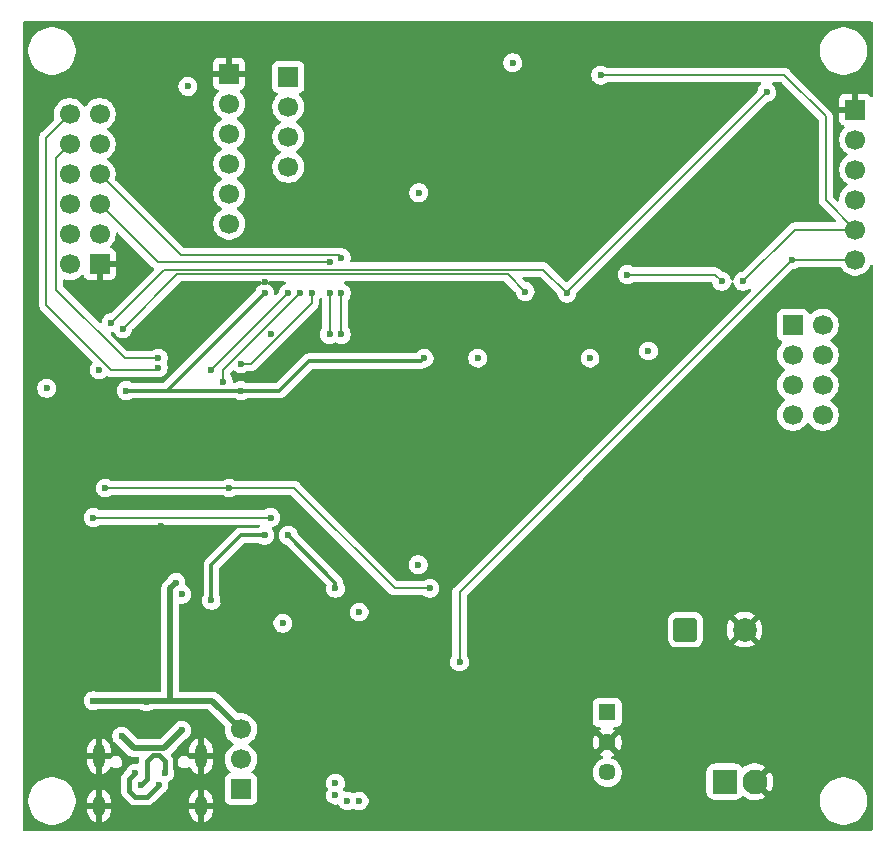
<source format=gbr>
%TF.GenerationSoftware,KiCad,Pcbnew,9.0.3*%
%TF.CreationDate,2025-07-12T21:01:37+12:00*%
%TF.ProjectId,RemiRAT,52656d69-5241-4542-9e6b-696361645f70,rev?*%
%TF.SameCoordinates,Original*%
%TF.FileFunction,Copper,L4,Bot*%
%TF.FilePolarity,Positive*%
%FSLAX46Y46*%
G04 Gerber Fmt 4.6, Leading zero omitted, Abs format (unit mm)*
G04 Created by KiCad (PCBNEW 9.0.3) date 2025-07-12 21:01:37*
%MOMM*%
%LPD*%
G01*
G04 APERTURE LIST*
G04 Aperture macros list*
%AMRoundRect*
0 Rectangle with rounded corners*
0 $1 Rounding radius*
0 $2 $3 $4 $5 $6 $7 $8 $9 X,Y pos of 4 corners*
0 Add a 4 corners polygon primitive as box body*
4,1,4,$2,$3,$4,$5,$6,$7,$8,$9,$2,$3,0*
0 Add four circle primitives for the rounded corners*
1,1,$1+$1,$2,$3*
1,1,$1+$1,$4,$5*
1,1,$1+$1,$6,$7*
1,1,$1+$1,$8,$9*
0 Add four rect primitives between the rounded corners*
20,1,$1+$1,$2,$3,$4,$5,0*
20,1,$1+$1,$4,$5,$6,$7,0*
20,1,$1+$1,$6,$7,$8,$9,0*
20,1,$1+$1,$8,$9,$2,$3,0*%
G04 Aperture macros list end*
%TA.AperFunction,ComponentPad*%
%ADD10RoundRect,0.250000X-0.750000X-0.750000X0.750000X-0.750000X0.750000X0.750000X-0.750000X0.750000X0*%
%TD*%
%TA.AperFunction,ComponentPad*%
%ADD11C,2.000000*%
%TD*%
%TA.AperFunction,ComponentPad*%
%ADD12R,1.700000X1.700000*%
%TD*%
%TA.AperFunction,ComponentPad*%
%ADD13C,1.700000*%
%TD*%
%TA.AperFunction,ComponentPad*%
%ADD14RoundRect,0.250001X-0.799999X-0.799999X0.799999X-0.799999X0.799999X0.799999X-0.799999X0.799999X0*%
%TD*%
%TA.AperFunction,ComponentPad*%
%ADD15C,2.100000*%
%TD*%
%TA.AperFunction,HeatsinkPad*%
%ADD16O,1.000000X2.100000*%
%TD*%
%TA.AperFunction,HeatsinkPad*%
%ADD17O,1.000000X1.800000*%
%TD*%
%TA.AperFunction,ComponentPad*%
%ADD18R,1.448000X1.448000*%
%TD*%
%TA.AperFunction,ComponentPad*%
%ADD19C,1.448000*%
%TD*%
%TA.AperFunction,ViaPad*%
%ADD20C,0.600000*%
%TD*%
%TA.AperFunction,Conductor*%
%ADD21C,0.420000*%
%TD*%
%TA.AperFunction,Conductor*%
%ADD22C,0.500000*%
%TD*%
%TA.AperFunction,Conductor*%
%ADD23C,0.300000*%
%TD*%
%TA.AperFunction,Conductor*%
%ADD24C,0.200000*%
%TD*%
G04 APERTURE END LIST*
D10*
%TO.P,C11,1*%
%TO.N,VIN*%
X173632323Y-103500000D03*
D11*
%TO.P,C11,2*%
%TO.N,GND*%
X178632323Y-103500000D03*
%TD*%
D12*
%TO.P,J11,1*%
%TO.N,VBUS*%
X136000000Y-117000000D03*
D13*
%TO.P,J11,2*%
X136000000Y-114460000D03*
%TO.P,J11,3*%
X136000000Y-111920000D03*
%TD*%
D12*
%TO.P,J3,1*%
%TO.N,GND*%
X188000000Y-59460000D03*
D13*
%TO.P,J3,2*%
%TO.N,ESP32TXD0*%
X188000000Y-62000000D03*
%TO.P,J3,3*%
%TO.N,ESP32RXD0*%
X188000000Y-64540000D03*
%TO.P,J3,4*%
%TO.N,3.3V*%
X188000000Y-67080000D03*
%TO.P,J3,5*%
%TO.N,EN*%
X188000000Y-69620000D03*
%TO.P,J3,6*%
%TO.N,IO0*%
X188000000Y-72160000D03*
%TD*%
D12*
%TO.P,J9,1*%
%TO.N,IO17*%
X182725000Y-77690000D03*
D13*
%TO.P,J9,2*%
%TO.N,IO5*%
X185265000Y-77690000D03*
%TO.P,J9,3*%
%TO.N,IO16*%
X182725000Y-80230000D03*
%TO.P,J9,4*%
%TO.N,IO18*%
X185265000Y-80230000D03*
%TO.P,J9,5*%
%TO.N,IO4*%
X182725000Y-82770000D03*
%TO.P,J9,6*%
%TO.N,IO19*%
X185265000Y-82770000D03*
%TO.P,J9,7*%
%TO.N,IO2*%
X182725000Y-85310000D03*
%TO.P,J9,8*%
%TO.N,IO21*%
X185265000Y-85310000D03*
%TD*%
D14*
%TO.P,J10,1*%
%TO.N,VIN*%
X176960000Y-116367500D03*
D15*
%TO.P,J10,2*%
%TO.N,GND*%
X179500000Y-116367500D03*
%TD*%
D12*
%TO.P,J7,1*%
%TO.N,SAM-SPI-NPCS1*%
X140000000Y-56690000D03*
D13*
%TO.P,J7,2*%
%TO.N,SAM-SPI-MISO*%
X140000000Y-59230000D03*
%TO.P,J7,3*%
%TO.N,SAM-SPI-SCK*%
X140000000Y-61770000D03*
%TO.P,J7,4*%
%TO.N,SAM-SPI-MOSI*%
X140000000Y-64310000D03*
%TD*%
D16*
%TO.P,J1,S1*%
%TO.N,GND*%
X123980000Y-114212500D03*
D17*
X123980000Y-118392500D03*
D16*
X132620000Y-114212500D03*
D17*
X132620000Y-118392500D03*
%TD*%
D18*
%TO.P,VR2,1*%
%TO.N,VIN*%
X167000000Y-110500000D03*
D19*
%TO.P,VR2,2*%
%TO.N,GND*%
X167000000Y-113040000D03*
%TO.P,VR2,3*%
%TO.N,VBUS*%
X167000000Y-115580000D03*
%TD*%
D12*
%TO.P,J8,1*%
%TO.N,GND*%
X124040000Y-72540000D03*
D13*
%TO.P,J8,2*%
%TO.N,A1/PWML5/PC22*%
X121500000Y-72540000D03*
%TO.P,J8,3*%
%TO.N,3.3VOUT*%
X124040000Y-70000000D03*
%TO.P,J8,4*%
%TO.N,A2/PWML6/PC23*%
X121500000Y-70000000D03*
%TO.P,J8,5*%
%TO.N,D14/PC16*%
X124040000Y-67460000D03*
%TO.P,J8,6*%
%TO.N,RXD1/PA12*%
X121500000Y-67460000D03*
%TO.P,J8,7*%
%TO.N,D15/PC17*%
X124040000Y-64920000D03*
%TO.P,J8,8*%
%TO.N,TDX1/PA13*%
X121500000Y-64920000D03*
%TO.P,J8,9*%
%TO.N,CANTX0/PA0*%
X124040000Y-62380000D03*
%TO.P,J8,10*%
%TO.N,TWCK0/PA18*%
X121500000Y-62380000D03*
%TO.P,J8,11*%
%TO.N,CANRX0/PA1*%
X124040000Y-59840000D03*
%TO.P,J8,12*%
%TO.N,TWD0/PA17*%
X121500000Y-59840000D03*
%TD*%
D12*
%TO.P,J6,1*%
%TO.N,GND*%
X135000000Y-56420000D03*
D13*
%TO.P,J6,2*%
%TO.N,UTXD/PA9*%
X135000000Y-58960000D03*
%TO.P,J6,3*%
%TO.N,URXD/PA8*%
X135000000Y-61500000D03*
%TO.P,J6,4*%
%TO.N,3.3V*%
X135000000Y-64040000D03*
%TO.P,J6,5*%
%TO.N,NRSTB*%
X135000000Y-66580000D03*
%TO.P,J6,6*%
%TO.N,ERASE/PC0*%
X135000000Y-69120000D03*
%TD*%
D20*
%TO.N,USBDP*%
X129550000Y-115637500D03*
X127550000Y-116637500D03*
%TO.N,USBDM*%
X129050000Y-116637500D03*
X127050000Y-115637500D03*
%TO.N,GND*%
X141450000Y-102950000D03*
X147500000Y-79750000D03*
X153255000Y-70000000D03*
X140000000Y-97000000D03*
X128500000Y-112000000D03*
X150500000Y-95750000D03*
X123500000Y-82500000D03*
X138020000Y-74020000D03*
X138000000Y-97000000D03*
X138500000Y-78500000D03*
X144000000Y-68000000D03*
X129250000Y-94750000D03*
X134480000Y-100980000D03*
X158050000Y-77000000D03*
X127000000Y-73500000D03*
X174500000Y-78000000D03*
X129000000Y-84250000D03*
X146500000Y-66500000D03*
X146000000Y-70000000D03*
X161550000Y-77000000D03*
X151000000Y-99000000D03*
%TO.N,VBUS*%
X130500000Y-99500000D03*
X125900000Y-112500000D03*
X128000000Y-109613500D03*
X123500000Y-109500000D03*
X131000000Y-112000000D03*
%TO.N,3.3V*%
X131500000Y-57500000D03*
X131000000Y-100500000D03*
X146000000Y-102000000D03*
X170500000Y-79900000D03*
X124000000Y-81500000D03*
X145000000Y-118000000D03*
X146000000Y-118000000D03*
X139550000Y-102950000D03*
X151000000Y-98000000D03*
X144000000Y-116500000D03*
X151055000Y-66500000D03*
X144000000Y-117500000D03*
X165550000Y-80500000D03*
X119550000Y-83050000D03*
X156050000Y-80500000D03*
X159000000Y-55500000D03*
%TO.N,VDDCORE*%
X138000000Y-95500000D03*
X151500000Y-80500000D03*
X133500000Y-101000000D03*
X144000000Y-100000000D03*
X126270000Y-83250000D03*
X140000000Y-95500000D03*
X138000000Y-75000000D03*
X136000000Y-83250000D03*
%TO.N,EN*%
X178500000Y-74000000D03*
X166460000Y-56540000D03*
%TO.N,IO22*%
X163591000Y-75000000D03*
X180500000Y-58000000D03*
X125000000Y-77500000D03*
%TO.N,IO0*%
X154500000Y-106230000D03*
X182660000Y-72160000D03*
%TO.N,IO26*%
X126000000Y-78000000D03*
X160050000Y-74862500D03*
%TO.N,TDI/IO12*%
X176690000Y-74000000D03*
X168690000Y-73425000D03*
%TO.N,UTXD/PA9*%
X142000000Y-75000000D03*
X136000000Y-81000000D03*
%TO.N,URXD/PA8*%
X141000000Y-75000000D03*
X134500000Y-82500000D03*
%TO.N,VDDPLL*%
X123500000Y-94000000D03*
X138500000Y-94000000D03*
%TO.N,NRSTB*%
X133500000Y-81500000D03*
X124500000Y-91500000D03*
X140000000Y-75000000D03*
X135000000Y-91500000D03*
X152000000Y-100000000D03*
%TO.N,TWCK0/PA18*%
X129000000Y-80500000D03*
%TO.N,TWD0/PA17*%
X129000000Y-81300003D03*
%TO.N,D15/PC17*%
X144500000Y-78500000D03*
X144500000Y-72000000D03*
X144500000Y-75000000D03*
%TO.N,D14/PC16*%
X143500000Y-78500000D03*
X143500000Y-72400000D03*
X143500000Y-75000000D03*
%TD*%
D21*
%TO.N,USBDP*%
X129550000Y-114637500D02*
X129550000Y-115637500D01*
X128550000Y-114137500D02*
X129050000Y-114137500D01*
X129050000Y-114137500D02*
X129550000Y-114637500D01*
X128050000Y-114637500D02*
X128550000Y-114137500D01*
X128050000Y-116137500D02*
X128050000Y-114637500D01*
X127550000Y-116637500D02*
X128050000Y-116137500D01*
%TO.N,USBDM*%
X128050000Y-117637500D02*
X129050000Y-116637500D01*
X127050000Y-115637500D02*
X126550000Y-116137500D01*
X126550000Y-117137500D02*
X127050000Y-117637500D01*
X126550000Y-116137500D02*
X126550000Y-117137500D01*
X127050000Y-117637500D02*
X128050000Y-117637500D01*
D22*
%TO.N,GND*%
X124040000Y-72540000D02*
X126040000Y-72540000D01*
X126040000Y-72540000D02*
X127000000Y-73500000D01*
%TO.N,VBUS*%
X129323796Y-113476500D02*
X129347295Y-113500000D01*
X127886500Y-109500000D02*
X128000000Y-109613500D01*
X126900000Y-113500000D02*
X128252704Y-113500000D01*
X128113500Y-109500000D02*
X128000000Y-109613500D01*
X133580000Y-109500000D02*
X130000000Y-109500000D01*
X136000000Y-111920000D02*
X133580000Y-109500000D01*
X128276205Y-113476500D02*
X129323796Y-113476500D01*
X129500000Y-113500000D02*
X131000000Y-112000000D01*
X125900000Y-112500000D02*
X126900000Y-113500000D01*
X123500000Y-109500000D02*
X127886500Y-109500000D01*
X129347295Y-113500000D02*
X129500000Y-113500000D01*
X130000000Y-109500000D02*
X130000000Y-100000000D01*
X130000000Y-109500000D02*
X128113500Y-109500000D01*
X128252704Y-113500000D02*
X128276205Y-113476500D01*
X130000000Y-100000000D02*
X130500000Y-99500000D01*
D23*
%TO.N,VDDCORE*%
X136000000Y-83250000D02*
X129500000Y-83250000D01*
X126270000Y-83250000D02*
X129500000Y-83250000D01*
X151500000Y-80500000D02*
X151250000Y-80750000D01*
X144000000Y-99500000D02*
X140000000Y-95500000D01*
X141750000Y-80750000D02*
X139250000Y-83250000D01*
X151250000Y-80750000D02*
X141750000Y-80750000D01*
X133500000Y-98000000D02*
X133500000Y-101000000D01*
X136000000Y-95500000D02*
X133500000Y-98000000D01*
X144000000Y-100000000D02*
X144000000Y-99500000D01*
X138000000Y-95500000D02*
X136000000Y-95500000D01*
X129750000Y-83250000D02*
X138000000Y-75000000D01*
X129500000Y-83250000D02*
X129750000Y-83250000D01*
X139250000Y-83250000D02*
X136000000Y-83250000D01*
D24*
%TO.N,EN*%
X182000000Y-56540000D02*
X166460000Y-56540000D01*
X185500000Y-60040000D02*
X182000000Y-56540000D01*
X185500000Y-67120000D02*
X185500000Y-60040000D01*
X188000000Y-69620000D02*
X185500000Y-67120000D01*
X182880000Y-69620000D02*
X188000000Y-69620000D01*
X178500000Y-74000000D02*
X182880000Y-69620000D01*
%TO.N,IO22*%
X163591000Y-74909000D02*
X163591000Y-75000000D01*
X125000000Y-77500000D02*
X129500000Y-73000000D01*
X161591000Y-73000000D02*
X163591000Y-75000000D01*
X129500000Y-73000000D02*
X161591000Y-73000000D01*
X180500000Y-58000000D02*
X163591000Y-74909000D01*
%TO.N,IO0*%
X188000000Y-72160000D02*
X182660000Y-72160000D01*
X154500000Y-106230000D02*
X154500000Y-100320000D01*
X154500000Y-100320000D02*
X182660000Y-72160000D01*
%TO.N,IO26*%
X130586640Y-73413360D02*
X158600860Y-73413360D01*
X158600860Y-73413360D02*
X160050000Y-74862500D01*
X126000000Y-78000000D02*
X130586640Y-73413360D01*
%TO.N,TDI/IO12*%
X168690000Y-73425000D02*
X176115000Y-73425000D01*
X176115000Y-73425000D02*
X176690000Y-74000000D01*
%TO.N,UTXD/PA9*%
X136849943Y-81000000D02*
X142000000Y-75849943D01*
X142000000Y-75849943D02*
X142000000Y-75000000D01*
X136000000Y-81000000D02*
X136849943Y-81000000D01*
%TO.N,URXD/PA8*%
X134500000Y-81500000D02*
X141000000Y-75000000D01*
X134500000Y-82500000D02*
X134500000Y-81500000D01*
%TO.N,VDDPLL*%
X138500000Y-94000000D02*
X123500000Y-94000000D01*
%TO.N,NRSTB*%
X149000000Y-100000000D02*
X140500000Y-91500000D01*
X140500000Y-91500000D02*
X124500000Y-91500000D01*
X152000000Y-100000000D02*
X149000000Y-100000000D01*
X140000000Y-75000000D02*
X133500000Y-81500000D01*
%TO.N,TWCK0/PA18*%
X126150057Y-80500000D02*
X120349000Y-74698943D01*
X129000000Y-80500000D02*
X126150057Y-80500000D01*
X120349000Y-74698943D02*
X120349000Y-63531000D01*
X120349000Y-63531000D02*
X121500000Y-62380000D01*
%TO.N,TWD0/PA17*%
X125000000Y-81500000D02*
X119500000Y-76000000D01*
X119500000Y-76000000D02*
X119500000Y-61840000D01*
X119500000Y-61840000D02*
X121500000Y-59840000D01*
X129000000Y-81300003D02*
X128800003Y-81500000D01*
X128800003Y-81500000D02*
X125000000Y-81500000D01*
%TO.N,D15/PC17*%
X130919000Y-71799000D02*
X144299000Y-71799000D01*
X144500000Y-78500000D02*
X144500000Y-75000000D01*
X124040000Y-64920000D02*
X130919000Y-71799000D01*
X144500000Y-72000000D02*
X144299000Y-71799000D01*
%TO.N,D14/PC16*%
X124040000Y-67460000D02*
X128980000Y-72400000D01*
X143500000Y-78500000D02*
X143500000Y-75000000D01*
X128980000Y-72400000D02*
X143500000Y-72400000D01*
%TD*%
%TA.AperFunction,Conductor*%
%TO.N,GND*%
G36*
X189442539Y-52020185D02*
G01*
X189488294Y-52072989D01*
X189499500Y-52124500D01*
X189499500Y-58270730D01*
X189479815Y-58337769D01*
X189427011Y-58383524D01*
X189357853Y-58393468D01*
X189294297Y-58364443D01*
X189276234Y-58345042D01*
X189207187Y-58252809D01*
X189092093Y-58166649D01*
X189092086Y-58166645D01*
X188957379Y-58116403D01*
X188957372Y-58116401D01*
X188897844Y-58110000D01*
X188250000Y-58110000D01*
X188250000Y-59026988D01*
X188192993Y-58994075D01*
X188065826Y-58960000D01*
X187934174Y-58960000D01*
X187807007Y-58994075D01*
X187750000Y-59026988D01*
X187750000Y-58110000D01*
X187102155Y-58110000D01*
X187042627Y-58116401D01*
X187042620Y-58116403D01*
X186907913Y-58166645D01*
X186907906Y-58166649D01*
X186792812Y-58252809D01*
X186792809Y-58252812D01*
X186706649Y-58367906D01*
X186706645Y-58367913D01*
X186656403Y-58502620D01*
X186656401Y-58502627D01*
X186650000Y-58562155D01*
X186650000Y-59210000D01*
X187566988Y-59210000D01*
X187534075Y-59267007D01*
X187500000Y-59394174D01*
X187500000Y-59525826D01*
X187534075Y-59652993D01*
X187566988Y-59710000D01*
X186650000Y-59710000D01*
X186650000Y-60357844D01*
X186656401Y-60417372D01*
X186656403Y-60417379D01*
X186706645Y-60552086D01*
X186706649Y-60552093D01*
X186792809Y-60667187D01*
X186792812Y-60667190D01*
X186907906Y-60753350D01*
X186907913Y-60753354D01*
X187039470Y-60802422D01*
X187095404Y-60844293D01*
X187119821Y-60909758D01*
X187104969Y-60978031D01*
X187083819Y-61006285D01*
X186969889Y-61120215D01*
X186844951Y-61292179D01*
X186748444Y-61481585D01*
X186682753Y-61683760D01*
X186661771Y-61816239D01*
X186649500Y-61893713D01*
X186649500Y-62106287D01*
X186682754Y-62316243D01*
X186735252Y-62477816D01*
X186748444Y-62518414D01*
X186844951Y-62707820D01*
X186969890Y-62879786D01*
X187120213Y-63030109D01*
X187292182Y-63155050D01*
X187300946Y-63159516D01*
X187351742Y-63207491D01*
X187368536Y-63275312D01*
X187345998Y-63341447D01*
X187300946Y-63380484D01*
X187292182Y-63384949D01*
X187120213Y-63509890D01*
X186969890Y-63660213D01*
X186844951Y-63832179D01*
X186748444Y-64021585D01*
X186682753Y-64223760D01*
X186672494Y-64288536D01*
X186649500Y-64433713D01*
X186649500Y-64646287D01*
X186682754Y-64856243D01*
X186735252Y-65017816D01*
X186748444Y-65058414D01*
X186844951Y-65247820D01*
X186969890Y-65419786D01*
X187120213Y-65570109D01*
X187292182Y-65695050D01*
X187300946Y-65699516D01*
X187351742Y-65747491D01*
X187368536Y-65815312D01*
X187345998Y-65881447D01*
X187300946Y-65920484D01*
X187292182Y-65924949D01*
X187120213Y-66049890D01*
X186969890Y-66200213D01*
X186844951Y-66372179D01*
X186748444Y-66561585D01*
X186682753Y-66763760D01*
X186649500Y-66973713D01*
X186649500Y-67120903D01*
X186629815Y-67187942D01*
X186577011Y-67233697D01*
X186507853Y-67243641D01*
X186444297Y-67214616D01*
X186437819Y-67208584D01*
X186136819Y-66907584D01*
X186103334Y-66846261D01*
X186100500Y-66819903D01*
X186100500Y-59960944D01*
X186100500Y-59960943D01*
X186100381Y-59960500D01*
X186100379Y-59960492D01*
X186100384Y-59960491D01*
X186100362Y-59960430D01*
X186089277Y-59919057D01*
X186059577Y-59808216D01*
X186025051Y-59748414D01*
X185980524Y-59671290D01*
X185980521Y-59671286D01*
X185980520Y-59671284D01*
X185868716Y-59559480D01*
X185868715Y-59559479D01*
X185864385Y-59555149D01*
X185864374Y-59555139D01*
X182487590Y-56178355D01*
X182487588Y-56178352D01*
X182368717Y-56059481D01*
X182368716Y-56059480D01*
X182274831Y-56005276D01*
X182231785Y-55980423D01*
X182079057Y-55939499D01*
X181920943Y-55939499D01*
X181913347Y-55939499D01*
X181913331Y-55939500D01*
X167039766Y-55939500D01*
X166972727Y-55919815D01*
X166970875Y-55918602D01*
X166839185Y-55830609D01*
X166839172Y-55830602D01*
X166693501Y-55770264D01*
X166693489Y-55770261D01*
X166538845Y-55739500D01*
X166538842Y-55739500D01*
X166381158Y-55739500D01*
X166381155Y-55739500D01*
X166226510Y-55770261D01*
X166226498Y-55770264D01*
X166080827Y-55830602D01*
X166080814Y-55830609D01*
X165949711Y-55918210D01*
X165949707Y-55918213D01*
X165838213Y-56029707D01*
X165838210Y-56029711D01*
X165750609Y-56160814D01*
X165750602Y-56160827D01*
X165690264Y-56306498D01*
X165690261Y-56306510D01*
X165659500Y-56461153D01*
X165659500Y-56618846D01*
X165690261Y-56773489D01*
X165690264Y-56773501D01*
X165750602Y-56919172D01*
X165750609Y-56919185D01*
X165838210Y-57050288D01*
X165838213Y-57050292D01*
X165949707Y-57161786D01*
X165949711Y-57161789D01*
X166080814Y-57249390D01*
X166080827Y-57249397D01*
X166159894Y-57282147D01*
X166226503Y-57309737D01*
X166381153Y-57340499D01*
X166381156Y-57340500D01*
X166381158Y-57340500D01*
X166538844Y-57340500D01*
X166538845Y-57340499D01*
X166693497Y-57309737D01*
X166839179Y-57249394D01*
X166913851Y-57199500D01*
X166970875Y-57161398D01*
X167037553Y-57140520D01*
X167039766Y-57140500D01*
X179936697Y-57140500D01*
X180003736Y-57160185D01*
X180049491Y-57212989D01*
X180059435Y-57282147D01*
X180030410Y-57345703D01*
X180005588Y-57367602D01*
X179989711Y-57378210D01*
X179989707Y-57378213D01*
X179878213Y-57489707D01*
X179878210Y-57489711D01*
X179790609Y-57620814D01*
X179790602Y-57620827D01*
X179730264Y-57766498D01*
X179730261Y-57766508D01*
X179699361Y-57921850D01*
X179666976Y-57983761D01*
X179665425Y-57985339D01*
X163633181Y-74017584D01*
X163571858Y-74051069D01*
X163502166Y-74046085D01*
X163457819Y-74017584D01*
X162078590Y-72638355D01*
X162078588Y-72638352D01*
X161959717Y-72519481D01*
X161959716Y-72519480D01*
X161870769Y-72468127D01*
X161822785Y-72440423D01*
X161670057Y-72399499D01*
X161511943Y-72399499D01*
X161504347Y-72399499D01*
X161504331Y-72399500D01*
X145386555Y-72399500D01*
X145319516Y-72379815D01*
X145273761Y-72327011D01*
X145263817Y-72257853D01*
X145268840Y-72239588D01*
X145267969Y-72239324D01*
X145269731Y-72233509D01*
X145269737Y-72233497D01*
X145300500Y-72078842D01*
X145300500Y-71921158D01*
X145300500Y-71921155D01*
X145300499Y-71921153D01*
X145282802Y-71832184D01*
X145269737Y-71766503D01*
X145225661Y-71660093D01*
X145209397Y-71620827D01*
X145209390Y-71620814D01*
X145121789Y-71489711D01*
X145121786Y-71489707D01*
X145010292Y-71378213D01*
X145010288Y-71378210D01*
X144879185Y-71290609D01*
X144879172Y-71290602D01*
X144733501Y-71230264D01*
X144733489Y-71230261D01*
X144578845Y-71199500D01*
X144578842Y-71199500D01*
X144421158Y-71199500D01*
X144421156Y-71199500D01*
X144415094Y-71200097D01*
X144415031Y-71199459D01*
X144401274Y-71200727D01*
X144385688Y-71200543D01*
X144378057Y-71198499D01*
X144219943Y-71198499D01*
X144219939Y-71198500D01*
X131219097Y-71198500D01*
X131152058Y-71178815D01*
X131131416Y-71162181D01*
X125373757Y-65404522D01*
X125340272Y-65343199D01*
X125343507Y-65278523D01*
X125357246Y-65236243D01*
X125390500Y-65026287D01*
X125390500Y-64813713D01*
X125357246Y-64603757D01*
X125291557Y-64401588D01*
X125195051Y-64212184D01*
X125195049Y-64212181D01*
X125195048Y-64212179D01*
X125070109Y-64040213D01*
X124919786Y-63889890D01*
X124747820Y-63764951D01*
X124747115Y-63764591D01*
X124739054Y-63760485D01*
X124688259Y-63712512D01*
X124671463Y-63644692D01*
X124693999Y-63578556D01*
X124739054Y-63539515D01*
X124747816Y-63535051D01*
X124782447Y-63509890D01*
X124919786Y-63410109D01*
X124919788Y-63410106D01*
X124919792Y-63410104D01*
X125070104Y-63259792D01*
X125070106Y-63259788D01*
X125070109Y-63259786D01*
X125195048Y-63087820D01*
X125195047Y-63087820D01*
X125195051Y-63087816D01*
X125291557Y-62898412D01*
X125357246Y-62696243D01*
X125390500Y-62486287D01*
X125390500Y-62273713D01*
X125357246Y-62063757D01*
X125291557Y-61861588D01*
X125195051Y-61672184D01*
X125195049Y-61672181D01*
X125195048Y-61672179D01*
X125070109Y-61500213D01*
X124919786Y-61349890D01*
X124747820Y-61224951D01*
X124747115Y-61224591D01*
X124739054Y-61220485D01*
X124688259Y-61172512D01*
X124671463Y-61104692D01*
X124693999Y-61038556D01*
X124739054Y-60999515D01*
X124747816Y-60995051D01*
X124865213Y-60909758D01*
X124919786Y-60870109D01*
X124919788Y-60870106D01*
X124919792Y-60870104D01*
X125070104Y-60719792D01*
X125070106Y-60719788D01*
X125070109Y-60719786D01*
X125195048Y-60547820D01*
X125195047Y-60547820D01*
X125195051Y-60547816D01*
X125291557Y-60358412D01*
X125357246Y-60156243D01*
X125390500Y-59946287D01*
X125390500Y-59733713D01*
X125357246Y-59523757D01*
X125291557Y-59321588D01*
X125195051Y-59132184D01*
X125195049Y-59132181D01*
X125195048Y-59132179D01*
X125070109Y-58960213D01*
X124963609Y-58853713D01*
X133649500Y-58853713D01*
X133649500Y-59066287D01*
X133682754Y-59276243D01*
X133738819Y-59448794D01*
X133748444Y-59478414D01*
X133844951Y-59667820D01*
X133969890Y-59839786D01*
X134120213Y-59990109D01*
X134292182Y-60115050D01*
X134300946Y-60119516D01*
X134351742Y-60167491D01*
X134368536Y-60235312D01*
X134345998Y-60301447D01*
X134300946Y-60340484D01*
X134292182Y-60344949D01*
X134120213Y-60469890D01*
X133969890Y-60620213D01*
X133844951Y-60792179D01*
X133748444Y-60981585D01*
X133682753Y-61183760D01*
X133656441Y-61349890D01*
X133649500Y-61393713D01*
X133649500Y-61606287D01*
X133658595Y-61663713D01*
X133673995Y-61760945D01*
X133682754Y-61816243D01*
X133719410Y-61929059D01*
X133748444Y-62018414D01*
X133844951Y-62207820D01*
X133969890Y-62379786D01*
X134120213Y-62530109D01*
X134292182Y-62655050D01*
X134300946Y-62659516D01*
X134351742Y-62707491D01*
X134368536Y-62775312D01*
X134345998Y-62841447D01*
X134300946Y-62880484D01*
X134292182Y-62884949D01*
X134120213Y-63009890D01*
X133969890Y-63160213D01*
X133844951Y-63332179D01*
X133748444Y-63521585D01*
X133682753Y-63723760D01*
X133656441Y-63889890D01*
X133649500Y-63933713D01*
X133649500Y-64146287D01*
X133682754Y-64356243D01*
X133715930Y-64458349D01*
X133748444Y-64558414D01*
X133844951Y-64747820D01*
X133969890Y-64919786D01*
X134120213Y-65070109D01*
X134292182Y-65195050D01*
X134300946Y-65199516D01*
X134351742Y-65247491D01*
X134368536Y-65315312D01*
X134345998Y-65381447D01*
X134300946Y-65420484D01*
X134292182Y-65424949D01*
X134120213Y-65549890D01*
X133969890Y-65700213D01*
X133844951Y-65872179D01*
X133748444Y-66061585D01*
X133682753Y-66263760D01*
X133649500Y-66473713D01*
X133649500Y-66686286D01*
X133674837Y-66846261D01*
X133682754Y-66896243D01*
X133727302Y-67033348D01*
X133748444Y-67098414D01*
X133844951Y-67287820D01*
X133969890Y-67459786D01*
X134120213Y-67610109D01*
X134292182Y-67735050D01*
X134300946Y-67739516D01*
X134351742Y-67787491D01*
X134368536Y-67855312D01*
X134345998Y-67921447D01*
X134300946Y-67960484D01*
X134292182Y-67964949D01*
X134120213Y-68089890D01*
X133969890Y-68240213D01*
X133844951Y-68412179D01*
X133748444Y-68601585D01*
X133682753Y-68803760D01*
X133661360Y-68938834D01*
X133649500Y-69013713D01*
X133649500Y-69226287D01*
X133682754Y-69436243D01*
X133715930Y-69538349D01*
X133748444Y-69638414D01*
X133844951Y-69827820D01*
X133969890Y-69999786D01*
X134120213Y-70150109D01*
X134292179Y-70275048D01*
X134292181Y-70275049D01*
X134292184Y-70275051D01*
X134481588Y-70371557D01*
X134683757Y-70437246D01*
X134893713Y-70470500D01*
X134893714Y-70470500D01*
X135106286Y-70470500D01*
X135106287Y-70470500D01*
X135316243Y-70437246D01*
X135518412Y-70371557D01*
X135707816Y-70275051D01*
X135782900Y-70220500D01*
X135879786Y-70150109D01*
X135879788Y-70150106D01*
X135879792Y-70150104D01*
X136030104Y-69999792D01*
X136030106Y-69999788D01*
X136030109Y-69999786D01*
X136139086Y-69849789D01*
X136155051Y-69827816D01*
X136251557Y-69638412D01*
X136317246Y-69436243D01*
X136350500Y-69226287D01*
X136350500Y-69013713D01*
X136317246Y-68803757D01*
X136251557Y-68601588D01*
X136155051Y-68412184D01*
X136155049Y-68412181D01*
X136155048Y-68412179D01*
X136030109Y-68240213D01*
X135879786Y-68089890D01*
X135707820Y-67964951D01*
X135707115Y-67964591D01*
X135699054Y-67960485D01*
X135648259Y-67912512D01*
X135631463Y-67844692D01*
X135653999Y-67778556D01*
X135699054Y-67739515D01*
X135707816Y-67735051D01*
X135729789Y-67719086D01*
X135879786Y-67610109D01*
X135879788Y-67610106D01*
X135879792Y-67610104D01*
X136030104Y-67459792D01*
X136030106Y-67459788D01*
X136030109Y-67459786D01*
X136139086Y-67309789D01*
X136155051Y-67287816D01*
X136251557Y-67098412D01*
X136317246Y-66896243D01*
X136350500Y-66686287D01*
X136350500Y-66473713D01*
X136342175Y-66421153D01*
X150254500Y-66421153D01*
X150254500Y-66578846D01*
X150285261Y-66733489D01*
X150285264Y-66733501D01*
X150345602Y-66879172D01*
X150345609Y-66879185D01*
X150433210Y-67010288D01*
X150433213Y-67010292D01*
X150544707Y-67121786D01*
X150544711Y-67121789D01*
X150675814Y-67209390D01*
X150675827Y-67209397D01*
X150758501Y-67243641D01*
X150821503Y-67269737D01*
X150955340Y-67296359D01*
X150976153Y-67300499D01*
X150976156Y-67300500D01*
X150976158Y-67300500D01*
X151133844Y-67300500D01*
X151133845Y-67300499D01*
X151288497Y-67269737D01*
X151434179Y-67209394D01*
X151565289Y-67121789D01*
X151676789Y-67010289D01*
X151764394Y-66879179D01*
X151824737Y-66733497D01*
X151855500Y-66578842D01*
X151855500Y-66421158D01*
X151855500Y-66421155D01*
X151855499Y-66421153D01*
X151832384Y-66304949D01*
X151824737Y-66266503D01*
X151790850Y-66184692D01*
X151764397Y-66120827D01*
X151764390Y-66120814D01*
X151676789Y-65989711D01*
X151676786Y-65989707D01*
X151565292Y-65878213D01*
X151565288Y-65878210D01*
X151434185Y-65790609D01*
X151434172Y-65790602D01*
X151288501Y-65730264D01*
X151288489Y-65730261D01*
X151133845Y-65699500D01*
X151133842Y-65699500D01*
X150976158Y-65699500D01*
X150976155Y-65699500D01*
X150821510Y-65730261D01*
X150821498Y-65730264D01*
X150675827Y-65790602D01*
X150675814Y-65790609D01*
X150544711Y-65878210D01*
X150544707Y-65878213D01*
X150433213Y-65989707D01*
X150433210Y-65989711D01*
X150345609Y-66120814D01*
X150345602Y-66120827D01*
X150285264Y-66266498D01*
X150285261Y-66266510D01*
X150254500Y-66421153D01*
X136342175Y-66421153D01*
X136317246Y-66263757D01*
X136251557Y-66061588D01*
X136155051Y-65872184D01*
X136155049Y-65872181D01*
X136155048Y-65872179D01*
X136030109Y-65700213D01*
X135879786Y-65549890D01*
X135707820Y-65424951D01*
X135707115Y-65424591D01*
X135699054Y-65420485D01*
X135648259Y-65372512D01*
X135631463Y-65304692D01*
X135653999Y-65238556D01*
X135699054Y-65199515D01*
X135707816Y-65195051D01*
X135729789Y-65179086D01*
X135879786Y-65070109D01*
X135879788Y-65070106D01*
X135879792Y-65070104D01*
X136030104Y-64919792D01*
X136030106Y-64919788D01*
X136030109Y-64919786D01*
X136155048Y-64747820D01*
X136155047Y-64747820D01*
X136155051Y-64747816D01*
X136251557Y-64558412D01*
X136317246Y-64356243D01*
X136350500Y-64146287D01*
X136350500Y-63933713D01*
X136317246Y-63723757D01*
X136251557Y-63521588D01*
X136155051Y-63332184D01*
X136155049Y-63332181D01*
X136155048Y-63332179D01*
X136030109Y-63160213D01*
X135879786Y-63009890D01*
X135707820Y-62884951D01*
X135707115Y-62884591D01*
X135699054Y-62880485D01*
X135648259Y-62832512D01*
X135631463Y-62764692D01*
X135653999Y-62698556D01*
X135699054Y-62659515D01*
X135707816Y-62655051D01*
X135729789Y-62639086D01*
X135879786Y-62530109D01*
X135879788Y-62530106D01*
X135879792Y-62530104D01*
X136030104Y-62379792D01*
X136030106Y-62379788D01*
X136030109Y-62379786D01*
X136155048Y-62207820D01*
X136155047Y-62207820D01*
X136155051Y-62207816D01*
X136251557Y-62018412D01*
X136317246Y-61816243D01*
X136350500Y-61606287D01*
X136350500Y-61393713D01*
X136317246Y-61183757D01*
X136251557Y-60981588D01*
X136155051Y-60792184D01*
X136155049Y-60792181D01*
X136155048Y-60792179D01*
X136030109Y-60620213D01*
X135879786Y-60469890D01*
X135707820Y-60344951D01*
X135707115Y-60344591D01*
X135699054Y-60340485D01*
X135648259Y-60292512D01*
X135631463Y-60224692D01*
X135653999Y-60158556D01*
X135699054Y-60119515D01*
X135707816Y-60115051D01*
X135729789Y-60099086D01*
X135879786Y-59990109D01*
X135879788Y-59990106D01*
X135879792Y-59990104D01*
X136030104Y-59839792D01*
X136030106Y-59839788D01*
X136030109Y-59839786D01*
X136155048Y-59667820D01*
X136155047Y-59667820D01*
X136155051Y-59667816D01*
X136251557Y-59478412D01*
X136317246Y-59276243D01*
X136350500Y-59066287D01*
X136350500Y-58853713D01*
X136317246Y-58643757D01*
X136251557Y-58441588D01*
X136155051Y-58252184D01*
X136155049Y-58252181D01*
X136155048Y-58252179D01*
X136030109Y-58080213D01*
X135916181Y-57966285D01*
X135882696Y-57904962D01*
X135887680Y-57835270D01*
X135929552Y-57779337D01*
X135960529Y-57762422D01*
X136092086Y-57713354D01*
X136092093Y-57713350D01*
X136207187Y-57627190D01*
X136207190Y-57627187D01*
X136293350Y-57512093D01*
X136293354Y-57512086D01*
X136343596Y-57377379D01*
X136343598Y-57377372D01*
X136349999Y-57317844D01*
X136350000Y-57317827D01*
X136350000Y-56670000D01*
X135433012Y-56670000D01*
X135465925Y-56612993D01*
X135500000Y-56485826D01*
X135500000Y-56354174D01*
X135465925Y-56227007D01*
X135433012Y-56170000D01*
X136350000Y-56170000D01*
X136350000Y-55792135D01*
X138649500Y-55792135D01*
X138649500Y-57587870D01*
X138649501Y-57587876D01*
X138655908Y-57647483D01*
X138706202Y-57782328D01*
X138706206Y-57782335D01*
X138792452Y-57897544D01*
X138792455Y-57897547D01*
X138907664Y-57983793D01*
X138907671Y-57983797D01*
X139039082Y-58032810D01*
X139095016Y-58074681D01*
X139119433Y-58140145D01*
X139104582Y-58208418D01*
X139083431Y-58236673D01*
X138969889Y-58350215D01*
X138844951Y-58522179D01*
X138748444Y-58711585D01*
X138682753Y-58913760D01*
X138649500Y-59123713D01*
X138649500Y-59336286D01*
X138679192Y-59523757D01*
X138682754Y-59546243D01*
X138723384Y-59671290D01*
X138748444Y-59748414D01*
X138844951Y-59937820D01*
X138969890Y-60109786D01*
X139120213Y-60260109D01*
X139292182Y-60385050D01*
X139300946Y-60389516D01*
X139351742Y-60437491D01*
X139368536Y-60505312D01*
X139345998Y-60571447D01*
X139300946Y-60610484D01*
X139292182Y-60614949D01*
X139120213Y-60739890D01*
X138969890Y-60890213D01*
X138844951Y-61062179D01*
X138748444Y-61251585D01*
X138748443Y-61251587D01*
X138748443Y-61251588D01*
X138716503Y-61349890D01*
X138682753Y-61453760D01*
X138649500Y-61663713D01*
X138649500Y-61876286D01*
X138679192Y-62063757D01*
X138682754Y-62086243D01*
X138689266Y-62106286D01*
X138748444Y-62288414D01*
X138844951Y-62477820D01*
X138969890Y-62649786D01*
X139120213Y-62800109D01*
X139292182Y-62925050D01*
X139300946Y-62929516D01*
X139351742Y-62977491D01*
X139368536Y-63045312D01*
X139345998Y-63111447D01*
X139300946Y-63150484D01*
X139292182Y-63154949D01*
X139120213Y-63279890D01*
X138969890Y-63430213D01*
X138844951Y-63602179D01*
X138748444Y-63791585D01*
X138748443Y-63791587D01*
X138748443Y-63791588D01*
X138716503Y-63889890D01*
X138682753Y-63993760D01*
X138649500Y-64203713D01*
X138649500Y-64416286D01*
X138679192Y-64603757D01*
X138682754Y-64626243D01*
X138689266Y-64646286D01*
X138748444Y-64828414D01*
X138844951Y-65017820D01*
X138969890Y-65189786D01*
X139120213Y-65340109D01*
X139292179Y-65465048D01*
X139292181Y-65465049D01*
X139292184Y-65465051D01*
X139481588Y-65561557D01*
X139683757Y-65627246D01*
X139893713Y-65660500D01*
X139893714Y-65660500D01*
X140106286Y-65660500D01*
X140106287Y-65660500D01*
X140316243Y-65627246D01*
X140518412Y-65561557D01*
X140707816Y-65465051D01*
X140770110Y-65419792D01*
X140879786Y-65340109D01*
X140879788Y-65340106D01*
X140879792Y-65340104D01*
X141030104Y-65189792D01*
X141030106Y-65189788D01*
X141030109Y-65189786D01*
X141139086Y-65039789D01*
X141155051Y-65017816D01*
X141251557Y-64828412D01*
X141317246Y-64626243D01*
X141350500Y-64416287D01*
X141350500Y-64203713D01*
X141317246Y-63993757D01*
X141251557Y-63791588D01*
X141155051Y-63602184D01*
X141155049Y-63602181D01*
X141155048Y-63602179D01*
X141030109Y-63430213D01*
X140879786Y-63279890D01*
X140707820Y-63154951D01*
X140707115Y-63154591D01*
X140699054Y-63150485D01*
X140648259Y-63102512D01*
X140631463Y-63034692D01*
X140653999Y-62968556D01*
X140699054Y-62929515D01*
X140707816Y-62925051D01*
X140770110Y-62879792D01*
X140879786Y-62800109D01*
X140879788Y-62800106D01*
X140879792Y-62800104D01*
X141030104Y-62649792D01*
X141030106Y-62649788D01*
X141030109Y-62649786D01*
X141139086Y-62499789D01*
X141155051Y-62477816D01*
X141251557Y-62288412D01*
X141317246Y-62086243D01*
X141350500Y-61876287D01*
X141350500Y-61663713D01*
X141317246Y-61453757D01*
X141251557Y-61251588D01*
X141155051Y-61062184D01*
X141155049Y-61062181D01*
X141155048Y-61062179D01*
X141030109Y-60890213D01*
X140879786Y-60739890D01*
X140707820Y-60614951D01*
X140707115Y-60614591D01*
X140699054Y-60610485D01*
X140648259Y-60562512D01*
X140631463Y-60494692D01*
X140653999Y-60428556D01*
X140699054Y-60389515D01*
X140707816Y-60385051D01*
X140744482Y-60358412D01*
X140879786Y-60260109D01*
X140879788Y-60260106D01*
X140879792Y-60260104D01*
X141030104Y-60109792D01*
X141030106Y-60109788D01*
X141030109Y-60109786D01*
X141139086Y-59959789D01*
X141155051Y-59937816D01*
X141251557Y-59748412D01*
X141317246Y-59546243D01*
X141350500Y-59336287D01*
X141350500Y-59123713D01*
X141317246Y-58913757D01*
X141251557Y-58711588D01*
X141155051Y-58522184D01*
X141155049Y-58522181D01*
X141155048Y-58522179D01*
X141030109Y-58350213D01*
X140916569Y-58236673D01*
X140883084Y-58175350D01*
X140888068Y-58105658D01*
X140929940Y-58049725D01*
X140960915Y-58032810D01*
X141092331Y-57983796D01*
X141207546Y-57897546D01*
X141293796Y-57782331D01*
X141344091Y-57647483D01*
X141350500Y-57587873D01*
X141350499Y-55792128D01*
X141344196Y-55733497D01*
X141344091Y-55732516D01*
X141293797Y-55597671D01*
X141293793Y-55597664D01*
X141212731Y-55489380D01*
X141212729Y-55489378D01*
X141207546Y-55482454D01*
X141207544Y-55482453D01*
X141207544Y-55482452D01*
X141125660Y-55421153D01*
X158199500Y-55421153D01*
X158199500Y-55578846D01*
X158230261Y-55733489D01*
X158230264Y-55733501D01*
X158290602Y-55879172D01*
X158290609Y-55879185D01*
X158378210Y-56010288D01*
X158378213Y-56010292D01*
X158489707Y-56121786D01*
X158489711Y-56121789D01*
X158620814Y-56209390D01*
X158620827Y-56209397D01*
X158766498Y-56269735D01*
X158766503Y-56269737D01*
X158908796Y-56298041D01*
X158921153Y-56300499D01*
X158921156Y-56300500D01*
X158921158Y-56300500D01*
X159078844Y-56300500D01*
X159078845Y-56300499D01*
X159233497Y-56269737D01*
X159379179Y-56209394D01*
X159510289Y-56121789D01*
X159621789Y-56010289D01*
X159709394Y-55879179D01*
X159769737Y-55733497D01*
X159800500Y-55578842D01*
X159800500Y-55421158D01*
X159800500Y-55421155D01*
X159800499Y-55421153D01*
X159793644Y-55386690D01*
X159769737Y-55266503D01*
X159747498Y-55212812D01*
X159709397Y-55120827D01*
X159709390Y-55120814D01*
X159621789Y-54989711D01*
X159621786Y-54989707D01*
X159510292Y-54878213D01*
X159510288Y-54878210D01*
X159379185Y-54790609D01*
X159379172Y-54790602D01*
X159233501Y-54730264D01*
X159233489Y-54730261D01*
X159078845Y-54699500D01*
X159078842Y-54699500D01*
X158921158Y-54699500D01*
X158921155Y-54699500D01*
X158766510Y-54730261D01*
X158766498Y-54730264D01*
X158620827Y-54790602D01*
X158620814Y-54790609D01*
X158489711Y-54878210D01*
X158489707Y-54878213D01*
X158378213Y-54989707D01*
X158378210Y-54989711D01*
X158290609Y-55120814D01*
X158290602Y-55120827D01*
X158230264Y-55266498D01*
X158230261Y-55266510D01*
X158199500Y-55421153D01*
X141125660Y-55421153D01*
X141092335Y-55396206D01*
X141092328Y-55396202D01*
X140957482Y-55345908D01*
X140957483Y-55345908D01*
X140897883Y-55339501D01*
X140897881Y-55339500D01*
X140897873Y-55339500D01*
X140897864Y-55339500D01*
X139102129Y-55339500D01*
X139102123Y-55339501D01*
X139042516Y-55345908D01*
X138907671Y-55396202D01*
X138907664Y-55396206D01*
X138792455Y-55482452D01*
X138792452Y-55482455D01*
X138706206Y-55597664D01*
X138706202Y-55597671D01*
X138655908Y-55732517D01*
X138649501Y-55792116D01*
X138649501Y-55792123D01*
X138649500Y-55792135D01*
X136350000Y-55792135D01*
X136350000Y-55522172D01*
X136349999Y-55522155D01*
X136343598Y-55462627D01*
X136343596Y-55462620D01*
X136293354Y-55327913D01*
X136293350Y-55327906D01*
X136207190Y-55212812D01*
X136207187Y-55212809D01*
X136092093Y-55126649D01*
X136092086Y-55126645D01*
X135957379Y-55076403D01*
X135957372Y-55076401D01*
X135897844Y-55070000D01*
X135250000Y-55070000D01*
X135250000Y-55986988D01*
X135192993Y-55954075D01*
X135065826Y-55920000D01*
X134934174Y-55920000D01*
X134807007Y-55954075D01*
X134750000Y-55986988D01*
X134750000Y-55070000D01*
X134102155Y-55070000D01*
X134042627Y-55076401D01*
X134042620Y-55076403D01*
X133907913Y-55126645D01*
X133907906Y-55126649D01*
X133792812Y-55212809D01*
X133792809Y-55212812D01*
X133706649Y-55327906D01*
X133706645Y-55327913D01*
X133656403Y-55462620D01*
X133656401Y-55462627D01*
X133650000Y-55522155D01*
X133650000Y-56170000D01*
X134566988Y-56170000D01*
X134534075Y-56227007D01*
X134500000Y-56354174D01*
X134500000Y-56485826D01*
X134534075Y-56612993D01*
X134566988Y-56670000D01*
X133650000Y-56670000D01*
X133650000Y-57317844D01*
X133656401Y-57377372D01*
X133656403Y-57377379D01*
X133706645Y-57512086D01*
X133706649Y-57512093D01*
X133792809Y-57627187D01*
X133792812Y-57627190D01*
X133907906Y-57713350D01*
X133907913Y-57713354D01*
X134039470Y-57762422D01*
X134095404Y-57804293D01*
X134119821Y-57869758D01*
X134104969Y-57938031D01*
X134083819Y-57966285D01*
X133969889Y-58080215D01*
X133844951Y-58252179D01*
X133748444Y-58441585D01*
X133682753Y-58643760D01*
X133662800Y-58769738D01*
X133649500Y-58853713D01*
X124963609Y-58853713D01*
X124919786Y-58809890D01*
X124747820Y-58684951D01*
X124558414Y-58588444D01*
X124558413Y-58588443D01*
X124558412Y-58588443D01*
X124356243Y-58522754D01*
X124356241Y-58522753D01*
X124356240Y-58522753D01*
X124194957Y-58497208D01*
X124146287Y-58489500D01*
X123933713Y-58489500D01*
X123885042Y-58497208D01*
X123723760Y-58522753D01*
X123521585Y-58588444D01*
X123332179Y-58684951D01*
X123160213Y-58809890D01*
X123009890Y-58960213D01*
X122884949Y-59132182D01*
X122880484Y-59140946D01*
X122832509Y-59191742D01*
X122764688Y-59208536D01*
X122698553Y-59185998D01*
X122659516Y-59140946D01*
X122655050Y-59132182D01*
X122530109Y-58960213D01*
X122379786Y-58809890D01*
X122207820Y-58684951D01*
X122018414Y-58588444D01*
X122018413Y-58588443D01*
X122018412Y-58588443D01*
X121816243Y-58522754D01*
X121816241Y-58522753D01*
X121816240Y-58522753D01*
X121654957Y-58497208D01*
X121606287Y-58489500D01*
X121393713Y-58489500D01*
X121345042Y-58497208D01*
X121183760Y-58522753D01*
X120981585Y-58588444D01*
X120792179Y-58684951D01*
X120620213Y-58809890D01*
X120469890Y-58960213D01*
X120344951Y-59132179D01*
X120248444Y-59321585D01*
X120182753Y-59523760D01*
X120159387Y-59671290D01*
X120149500Y-59733713D01*
X120149500Y-59946287D01*
X120156440Y-59990104D01*
X120182754Y-60156244D01*
X120182754Y-60156247D01*
X120196491Y-60198523D01*
X120198486Y-60268364D01*
X120166241Y-60324522D01*
X119131286Y-61359478D01*
X119019481Y-61471282D01*
X119019479Y-61471285D01*
X119013531Y-61481588D01*
X118970867Y-61555486D01*
X118969361Y-61558094D01*
X118969359Y-61558096D01*
X118940425Y-61608209D01*
X118940424Y-61608210D01*
X118940423Y-61608215D01*
X118899499Y-61760943D01*
X118899499Y-61760945D01*
X118899499Y-61929046D01*
X118899500Y-61929059D01*
X118899500Y-75913330D01*
X118899499Y-75913348D01*
X118899499Y-76079054D01*
X118899498Y-76079054D01*
X118940423Y-76231785D01*
X118969358Y-76281900D01*
X118969359Y-76281904D01*
X118969360Y-76281904D01*
X119002612Y-76339500D01*
X119019479Y-76368714D01*
X119019481Y-76368717D01*
X119138349Y-76487585D01*
X119138355Y-76487590D01*
X123421662Y-80770897D01*
X123455147Y-80832220D01*
X123450163Y-80901912D01*
X123421662Y-80946259D01*
X123378213Y-80989707D01*
X123378210Y-80989711D01*
X123290609Y-81120814D01*
X123290602Y-81120827D01*
X123230264Y-81266498D01*
X123230261Y-81266510D01*
X123199500Y-81421153D01*
X123199500Y-81578846D01*
X123230261Y-81733489D01*
X123230264Y-81733501D01*
X123290602Y-81879172D01*
X123290609Y-81879185D01*
X123378210Y-82010288D01*
X123378213Y-82010292D01*
X123489707Y-82121786D01*
X123489711Y-82121789D01*
X123620814Y-82209390D01*
X123620827Y-82209397D01*
X123722687Y-82251588D01*
X123766503Y-82269737D01*
X123921153Y-82300499D01*
X123921156Y-82300500D01*
X123921158Y-82300500D01*
X124078844Y-82300500D01*
X124078845Y-82300499D01*
X124233497Y-82269737D01*
X124379179Y-82209394D01*
X124510289Y-82121789D01*
X124576858Y-82055219D01*
X124638178Y-82021735D01*
X124707870Y-82026719D01*
X124726533Y-82035511D01*
X124768216Y-82059577D01*
X124920943Y-82100501D01*
X124920945Y-82100501D01*
X125086654Y-82100501D01*
X125086670Y-82100500D01*
X128720942Y-82100500D01*
X128720946Y-82100501D01*
X128879060Y-82100501D01*
X128884985Y-82098913D01*
X128899130Y-82098783D01*
X128905303Y-82100534D01*
X128914999Y-82100851D01*
X128915093Y-82099906D01*
X128921156Y-82100503D01*
X128921158Y-82100503D01*
X129078844Y-82100503D01*
X129078845Y-82100502D01*
X129233497Y-82069740D01*
X129379179Y-82009397D01*
X129510289Y-81921792D01*
X129621789Y-81810292D01*
X129709394Y-81679182D01*
X129769737Y-81533500D01*
X129800500Y-81378845D01*
X129800500Y-81221161D01*
X129800500Y-81221158D01*
X129800499Y-81221156D01*
X129798159Y-81209390D01*
X129769737Y-81066506D01*
X129720423Y-80947452D01*
X129712955Y-80877984D01*
X129720421Y-80852554D01*
X129769737Y-80733497D01*
X129800500Y-80578842D01*
X129800500Y-80421158D01*
X129800500Y-80421155D01*
X129800499Y-80421153D01*
X129783618Y-80336286D01*
X129769737Y-80266503D01*
X129760717Y-80244726D01*
X129709397Y-80120827D01*
X129709390Y-80120814D01*
X129621789Y-79989711D01*
X129621786Y-79989707D01*
X129510292Y-79878213D01*
X129510288Y-79878210D01*
X129379185Y-79790609D01*
X129379172Y-79790602D01*
X129233501Y-79730264D01*
X129233489Y-79730261D01*
X129078845Y-79699500D01*
X129078842Y-79699500D01*
X128921158Y-79699500D01*
X128921155Y-79699500D01*
X128766510Y-79730261D01*
X128766498Y-79730264D01*
X128620827Y-79790602D01*
X128620814Y-79790609D01*
X128489125Y-79878602D01*
X128422447Y-79899480D01*
X128420234Y-79899500D01*
X126450154Y-79899500D01*
X126383115Y-79879815D01*
X126362473Y-79863181D01*
X125010129Y-78510837D01*
X124976644Y-78449514D01*
X124981628Y-78379822D01*
X125023500Y-78323889D01*
X125073618Y-78301539D01*
X125078841Y-78300500D01*
X125078842Y-78300500D01*
X125144568Y-78287426D01*
X125214159Y-78293653D01*
X125269336Y-78336516D01*
X125283320Y-78361589D01*
X125290606Y-78379179D01*
X125290609Y-78379185D01*
X125378210Y-78510288D01*
X125378213Y-78510292D01*
X125489707Y-78621786D01*
X125489711Y-78621789D01*
X125620814Y-78709390D01*
X125620827Y-78709397D01*
X125766498Y-78769735D01*
X125766503Y-78769737D01*
X125921153Y-78800499D01*
X125921156Y-78800500D01*
X125921158Y-78800500D01*
X126078844Y-78800500D01*
X126078845Y-78800499D01*
X126233497Y-78769737D01*
X126379179Y-78709394D01*
X126510289Y-78621789D01*
X126621789Y-78510289D01*
X126709394Y-78379179D01*
X126769737Y-78233497D01*
X126800500Y-78078842D01*
X126800638Y-78078150D01*
X126833023Y-78016239D01*
X126834518Y-78014716D01*
X130799056Y-74050179D01*
X130860379Y-74016694D01*
X130886737Y-74013860D01*
X137665556Y-74013860D01*
X137732595Y-74033545D01*
X137778350Y-74086349D01*
X137788294Y-74155507D01*
X137759269Y-74219063D01*
X137713008Y-74252421D01*
X137620827Y-74290602D01*
X137620814Y-74290609D01*
X137489711Y-74378210D01*
X137489707Y-74378213D01*
X137378213Y-74489707D01*
X137378210Y-74489711D01*
X137290609Y-74620814D01*
X137290602Y-74620827D01*
X137230264Y-74766498D01*
X137230261Y-74766508D01*
X137216920Y-74833579D01*
X137184535Y-74895490D01*
X137182984Y-74897068D01*
X129516873Y-82563181D01*
X129455550Y-82596666D01*
X129429192Y-82599500D01*
X126774935Y-82599500D01*
X126707896Y-82579815D01*
X126706090Y-82578633D01*
X126649179Y-82540606D01*
X126649172Y-82540602D01*
X126503501Y-82480264D01*
X126503489Y-82480261D01*
X126348845Y-82449500D01*
X126348842Y-82449500D01*
X126191158Y-82449500D01*
X126191155Y-82449500D01*
X126036510Y-82480261D01*
X126036498Y-82480264D01*
X125890827Y-82540602D01*
X125890814Y-82540609D01*
X125759711Y-82628210D01*
X125759707Y-82628213D01*
X125648213Y-82739707D01*
X125648210Y-82739711D01*
X125560609Y-82870814D01*
X125560602Y-82870827D01*
X125500264Y-83016498D01*
X125500261Y-83016510D01*
X125469500Y-83171153D01*
X125469500Y-83328846D01*
X125500261Y-83483489D01*
X125500264Y-83483501D01*
X125560602Y-83629172D01*
X125560609Y-83629185D01*
X125648210Y-83760288D01*
X125648213Y-83760292D01*
X125759707Y-83871786D01*
X125759711Y-83871789D01*
X125890814Y-83959390D01*
X125890827Y-83959397D01*
X126036498Y-84019735D01*
X126036503Y-84019737D01*
X126191153Y-84050499D01*
X126191156Y-84050500D01*
X126191158Y-84050500D01*
X126348844Y-84050500D01*
X126348845Y-84050499D01*
X126503497Y-84019737D01*
X126649179Y-83959394D01*
X126706044Y-83921397D01*
X126772721Y-83900520D01*
X126774935Y-83900500D01*
X129435931Y-83900500D01*
X129814069Y-83900500D01*
X135495065Y-83900500D01*
X135562104Y-83920185D01*
X135563909Y-83921366D01*
X135620821Y-83959394D01*
X135620823Y-83959395D01*
X135620827Y-83959397D01*
X135766498Y-84019735D01*
X135766503Y-84019737D01*
X135921153Y-84050499D01*
X135921156Y-84050500D01*
X135921158Y-84050500D01*
X136078844Y-84050500D01*
X136078845Y-84050499D01*
X136233497Y-84019737D01*
X136379179Y-83959394D01*
X136436044Y-83921397D01*
X136502721Y-83900520D01*
X136504935Y-83900500D01*
X139314071Y-83900500D01*
X139398615Y-83883682D01*
X139439744Y-83875501D01*
X139558127Y-83826465D01*
X139568195Y-83819738D01*
X139568198Y-83819736D01*
X139657163Y-83760292D01*
X139664669Y-83755277D01*
X141983127Y-81436819D01*
X142044450Y-81403334D01*
X142070808Y-81400500D01*
X151314071Y-81400500D01*
X151398615Y-81383682D01*
X151439744Y-81375501D01*
X151558127Y-81326465D01*
X151584174Y-81309061D01*
X151628864Y-81290549D01*
X151733497Y-81269737D01*
X151879179Y-81209394D01*
X152010289Y-81121789D01*
X152121789Y-81010289D01*
X152209394Y-80879179D01*
X152211222Y-80874767D01*
X152228845Y-80832220D01*
X152269737Y-80733497D01*
X152300500Y-80578842D01*
X152300500Y-80421158D01*
X152300500Y-80421155D01*
X152300499Y-80421153D01*
X155249500Y-80421153D01*
X155249500Y-80578846D01*
X155280261Y-80733489D01*
X155280264Y-80733501D01*
X155340602Y-80879172D01*
X155340609Y-80879185D01*
X155428210Y-81010288D01*
X155428213Y-81010292D01*
X155539707Y-81121786D01*
X155539711Y-81121789D01*
X155670814Y-81209390D01*
X155670827Y-81209397D01*
X155808683Y-81266498D01*
X155816503Y-81269737D01*
X155945318Y-81295360D01*
X155971153Y-81300499D01*
X155971156Y-81300500D01*
X155971158Y-81300500D01*
X156128844Y-81300500D01*
X156128845Y-81300499D01*
X156283497Y-81269737D01*
X156429179Y-81209394D01*
X156560289Y-81121789D01*
X156671789Y-81010289D01*
X156759394Y-80879179D01*
X156761222Y-80874767D01*
X156778845Y-80832220D01*
X156819737Y-80733497D01*
X156850500Y-80578842D01*
X156850500Y-80421158D01*
X156850500Y-80421155D01*
X156850499Y-80421153D01*
X164749500Y-80421153D01*
X164749500Y-80578846D01*
X164780261Y-80733489D01*
X164780264Y-80733501D01*
X164840602Y-80879172D01*
X164840609Y-80879185D01*
X164928210Y-81010288D01*
X164928213Y-81010292D01*
X165039707Y-81121786D01*
X165039711Y-81121789D01*
X165170814Y-81209390D01*
X165170827Y-81209397D01*
X165308683Y-81266498D01*
X165316503Y-81269737D01*
X165445318Y-81295360D01*
X165471153Y-81300499D01*
X165471156Y-81300500D01*
X165471158Y-81300500D01*
X165628844Y-81300500D01*
X165628845Y-81300499D01*
X165783497Y-81269737D01*
X165929179Y-81209394D01*
X166060289Y-81121789D01*
X166171789Y-81010289D01*
X166259394Y-80879179D01*
X166261222Y-80874767D01*
X166278845Y-80832220D01*
X166319737Y-80733497D01*
X166350500Y-80578842D01*
X166350500Y-80421158D01*
X166350500Y-80421155D01*
X166350499Y-80421153D01*
X166333618Y-80336286D01*
X166319737Y-80266503D01*
X166310717Y-80244726D01*
X166259397Y-80120827D01*
X166259390Y-80120814D01*
X166171789Y-79989711D01*
X166171786Y-79989707D01*
X166060292Y-79878213D01*
X166060288Y-79878210D01*
X165974897Y-79821153D01*
X169699500Y-79821153D01*
X169699500Y-79978846D01*
X169730261Y-80133489D01*
X169730264Y-80133501D01*
X169790602Y-80279172D01*
X169790609Y-80279185D01*
X169878210Y-80410288D01*
X169878213Y-80410292D01*
X169989707Y-80521786D01*
X169989711Y-80521789D01*
X170120814Y-80609390D01*
X170120827Y-80609397D01*
X170266498Y-80669735D01*
X170266503Y-80669737D01*
X170416131Y-80699500D01*
X170421153Y-80700499D01*
X170421156Y-80700500D01*
X170421158Y-80700500D01*
X170578844Y-80700500D01*
X170578845Y-80700499D01*
X170733497Y-80669737D01*
X170879179Y-80609394D01*
X171010289Y-80521789D01*
X171121789Y-80410289D01*
X171209394Y-80279179D01*
X171269737Y-80133497D01*
X171300500Y-79978842D01*
X171300500Y-79821158D01*
X171300500Y-79821155D01*
X171300499Y-79821153D01*
X171294422Y-79790602D01*
X171269737Y-79666503D01*
X171269735Y-79666498D01*
X171209397Y-79520827D01*
X171209390Y-79520814D01*
X171121789Y-79389711D01*
X171121786Y-79389707D01*
X171010292Y-79278213D01*
X171010288Y-79278210D01*
X170879185Y-79190609D01*
X170879172Y-79190602D01*
X170733501Y-79130264D01*
X170733489Y-79130261D01*
X170578845Y-79099500D01*
X170578842Y-79099500D01*
X170421158Y-79099500D01*
X170421155Y-79099500D01*
X170266510Y-79130261D01*
X170266498Y-79130264D01*
X170120827Y-79190602D01*
X170120814Y-79190609D01*
X169989711Y-79278210D01*
X169989707Y-79278213D01*
X169878213Y-79389707D01*
X169878210Y-79389711D01*
X169790609Y-79520814D01*
X169790602Y-79520827D01*
X169730264Y-79666498D01*
X169730261Y-79666510D01*
X169699500Y-79821153D01*
X165974897Y-79821153D01*
X165929185Y-79790609D01*
X165929172Y-79790602D01*
X165783501Y-79730264D01*
X165783489Y-79730261D01*
X165628845Y-79699500D01*
X165628842Y-79699500D01*
X165471158Y-79699500D01*
X165471155Y-79699500D01*
X165316510Y-79730261D01*
X165316498Y-79730264D01*
X165170827Y-79790602D01*
X165170814Y-79790609D01*
X165039711Y-79878210D01*
X165039707Y-79878213D01*
X164928213Y-79989707D01*
X164928210Y-79989711D01*
X164840609Y-80120814D01*
X164840602Y-80120827D01*
X164780264Y-80266498D01*
X164780261Y-80266510D01*
X164749500Y-80421153D01*
X156850499Y-80421153D01*
X156833618Y-80336286D01*
X156819737Y-80266503D01*
X156810717Y-80244726D01*
X156759397Y-80120827D01*
X156759390Y-80120814D01*
X156671789Y-79989711D01*
X156671786Y-79989707D01*
X156560292Y-79878213D01*
X156560288Y-79878210D01*
X156429185Y-79790609D01*
X156429172Y-79790602D01*
X156283501Y-79730264D01*
X156283489Y-79730261D01*
X156128845Y-79699500D01*
X156128842Y-79699500D01*
X155971158Y-79699500D01*
X155971155Y-79699500D01*
X155816510Y-79730261D01*
X155816498Y-79730264D01*
X155670827Y-79790602D01*
X155670814Y-79790609D01*
X155539711Y-79878210D01*
X155539707Y-79878213D01*
X155428213Y-79989707D01*
X155428210Y-79989711D01*
X155340609Y-80120814D01*
X155340602Y-80120827D01*
X155280264Y-80266498D01*
X155280261Y-80266510D01*
X155249500Y-80421153D01*
X152300499Y-80421153D01*
X152283618Y-80336286D01*
X152269737Y-80266503D01*
X152260717Y-80244726D01*
X152209397Y-80120827D01*
X152209390Y-80120814D01*
X152121789Y-79989711D01*
X152121786Y-79989707D01*
X152010292Y-79878213D01*
X152010288Y-79878210D01*
X151879185Y-79790609D01*
X151879172Y-79790602D01*
X151733501Y-79730264D01*
X151733489Y-79730261D01*
X151578845Y-79699500D01*
X151578842Y-79699500D01*
X151421158Y-79699500D01*
X151421155Y-79699500D01*
X151266510Y-79730261D01*
X151266498Y-79730264D01*
X151120827Y-79790602D01*
X151120814Y-79790609D01*
X150989711Y-79878210D01*
X150989707Y-79878213D01*
X150878213Y-79989707D01*
X150878207Y-79989715D01*
X150841675Y-80044390D01*
X150788063Y-80089196D01*
X150738573Y-80099500D01*
X141685929Y-80099500D01*
X141560261Y-80124497D01*
X141560255Y-80124499D01*
X141441874Y-80173534D01*
X141335326Y-80244726D01*
X141335325Y-80244727D01*
X139016873Y-82563181D01*
X138955550Y-82596666D01*
X138929192Y-82599500D01*
X136504935Y-82599500D01*
X136437896Y-82579815D01*
X136436090Y-82578633D01*
X136379179Y-82540606D01*
X136379172Y-82540602D01*
X136233501Y-82480264D01*
X136233489Y-82480261D01*
X136078845Y-82449500D01*
X136078842Y-82449500D01*
X135921158Y-82449500D01*
X135921155Y-82449500D01*
X135766510Y-82480261D01*
X135766498Y-82480264D01*
X135620827Y-82540602D01*
X135620820Y-82540606D01*
X135591928Y-82559911D01*
X135563955Y-82578602D01*
X135545908Y-82584253D01*
X135530000Y-82594477D01*
X135499040Y-82598928D01*
X135497279Y-82599480D01*
X135495065Y-82599500D01*
X135424500Y-82599500D01*
X135357461Y-82579815D01*
X135311706Y-82527011D01*
X135300500Y-82475500D01*
X135300500Y-82421155D01*
X135300499Y-82421153D01*
X135293010Y-82383503D01*
X135269737Y-82266503D01*
X135209794Y-82121786D01*
X135209397Y-82120827D01*
X135209390Y-82120814D01*
X135121398Y-81989125D01*
X135115747Y-81971078D01*
X135105523Y-81955169D01*
X135101071Y-81924207D01*
X135100520Y-81922447D01*
X135100500Y-81920234D01*
X135100500Y-81800096D01*
X135120185Y-81733057D01*
X135136810Y-81712424D01*
X135270900Y-81578334D01*
X135332218Y-81544852D01*
X135401910Y-81549836D01*
X135446258Y-81578337D01*
X135489707Y-81621786D01*
X135489711Y-81621789D01*
X135620814Y-81709390D01*
X135620827Y-81709397D01*
X135715799Y-81748735D01*
X135766503Y-81769737D01*
X135919127Y-81800096D01*
X135921153Y-81800499D01*
X135921156Y-81800500D01*
X135921158Y-81800500D01*
X136078844Y-81800500D01*
X136078845Y-81800499D01*
X136233497Y-81769737D01*
X136379179Y-81709394D01*
X136379185Y-81709390D01*
X136510875Y-81621398D01*
X136528921Y-81615747D01*
X136544831Y-81605523D01*
X136575792Y-81601071D01*
X136577553Y-81600520D01*
X136579766Y-81600500D01*
X136763274Y-81600500D01*
X136763290Y-81600501D01*
X136770886Y-81600501D01*
X136928997Y-81600501D01*
X136929000Y-81600501D01*
X137081728Y-81559577D01*
X137131847Y-81530639D01*
X137218659Y-81480520D01*
X137330463Y-81368716D01*
X137330463Y-81368714D01*
X137340671Y-81358507D01*
X137340673Y-81358504D01*
X142358506Y-76340671D01*
X142358511Y-76340667D01*
X142368714Y-76330463D01*
X142368716Y-76330463D01*
X142480520Y-76218659D01*
X142559577Y-76081727D01*
X142600500Y-75929000D01*
X142600500Y-75579765D01*
X142605828Y-75561619D01*
X142606166Y-75542711D01*
X142619665Y-75514495D01*
X142620185Y-75512726D01*
X142621398Y-75510874D01*
X142625105Y-75505327D01*
X142639164Y-75484286D01*
X142646898Y-75472711D01*
X142700511Y-75427906D01*
X142769836Y-75419199D01*
X142832863Y-75449354D01*
X142853102Y-75472711D01*
X142860836Y-75484286D01*
X142874895Y-75505327D01*
X142878602Y-75510874D01*
X142899480Y-75577551D01*
X142899500Y-75579765D01*
X142899500Y-77920234D01*
X142879815Y-77987273D01*
X142878602Y-77989125D01*
X142790609Y-78120814D01*
X142790602Y-78120827D01*
X142730264Y-78266498D01*
X142730261Y-78266510D01*
X142699500Y-78421153D01*
X142699500Y-78578846D01*
X142730261Y-78733489D01*
X142730264Y-78733501D01*
X142790602Y-78879172D01*
X142790609Y-78879185D01*
X142878210Y-79010288D01*
X142878213Y-79010292D01*
X142989707Y-79121786D01*
X142989711Y-79121789D01*
X143120814Y-79209390D01*
X143120827Y-79209397D01*
X143266498Y-79269735D01*
X143266503Y-79269737D01*
X143421153Y-79300499D01*
X143421156Y-79300500D01*
X143421158Y-79300500D01*
X143578844Y-79300500D01*
X143578845Y-79300499D01*
X143733497Y-79269737D01*
X143879179Y-79209394D01*
X143931110Y-79174694D01*
X143997785Y-79153816D01*
X144065165Y-79172300D01*
X144068863Y-79174676D01*
X144120821Y-79209394D01*
X144120823Y-79209395D01*
X144120825Y-79209396D01*
X144266498Y-79269735D01*
X144266503Y-79269737D01*
X144421153Y-79300499D01*
X144421156Y-79300500D01*
X144421158Y-79300500D01*
X144578844Y-79300500D01*
X144578845Y-79300499D01*
X144733497Y-79269737D01*
X144879179Y-79209394D01*
X145010289Y-79121789D01*
X145121789Y-79010289D01*
X145209394Y-78879179D01*
X145269737Y-78733497D01*
X145300500Y-78578842D01*
X145300500Y-78421158D01*
X145300500Y-78421155D01*
X145300499Y-78421153D01*
X145288651Y-78361589D01*
X145269737Y-78266503D01*
X145245675Y-78208412D01*
X145209397Y-78120827D01*
X145209390Y-78120814D01*
X145121398Y-77989125D01*
X145100520Y-77922447D01*
X145100500Y-77920234D01*
X145100500Y-75579765D01*
X145120185Y-75512726D01*
X145121398Y-75510874D01*
X145125105Y-75505327D01*
X145209394Y-75379179D01*
X145269737Y-75233497D01*
X145300500Y-75078842D01*
X145300500Y-74921158D01*
X145300500Y-74921155D01*
X145300499Y-74921153D01*
X145282373Y-74830027D01*
X145269737Y-74766503D01*
X145246080Y-74709389D01*
X145209397Y-74620827D01*
X145209390Y-74620814D01*
X145121789Y-74489711D01*
X145121786Y-74489707D01*
X145010292Y-74378213D01*
X145010288Y-74378210D01*
X144879185Y-74290609D01*
X144879172Y-74290602D01*
X144786992Y-74252421D01*
X144732588Y-74208581D01*
X144710523Y-74142287D01*
X144727802Y-74074587D01*
X144778939Y-74026976D01*
X144834444Y-74013860D01*
X158300763Y-74013860D01*
X158367802Y-74033545D01*
X158388444Y-74050179D01*
X159215425Y-74877160D01*
X159248910Y-74938483D01*
X159249361Y-74940649D01*
X159280261Y-75095991D01*
X159280264Y-75096001D01*
X159340602Y-75241672D01*
X159340609Y-75241685D01*
X159428210Y-75372788D01*
X159428213Y-75372792D01*
X159539707Y-75484286D01*
X159539711Y-75484289D01*
X159670814Y-75571890D01*
X159670827Y-75571897D01*
X159791272Y-75621786D01*
X159816503Y-75632237D01*
X159971153Y-75662999D01*
X159971156Y-75663000D01*
X159971158Y-75663000D01*
X160128844Y-75663000D01*
X160128845Y-75662999D01*
X160283497Y-75632237D01*
X160429179Y-75571894D01*
X160560289Y-75484289D01*
X160671789Y-75372789D01*
X160759394Y-75241679D01*
X160819737Y-75095997D01*
X160850500Y-74941342D01*
X160850500Y-74783658D01*
X160850500Y-74783655D01*
X160850499Y-74783653D01*
X160847731Y-74769737D01*
X160819737Y-74629003D01*
X160816748Y-74621786D01*
X160759397Y-74483327D01*
X160759390Y-74483314D01*
X160671789Y-74352211D01*
X160671786Y-74352207D01*
X160560292Y-74240713D01*
X160560288Y-74240710D01*
X160429185Y-74153109D01*
X160429172Y-74153102D01*
X160283501Y-74092764D01*
X160283491Y-74092761D01*
X160128149Y-74061861D01*
X160066238Y-74029476D01*
X160064660Y-74027925D01*
X159848916Y-73812181D01*
X159815431Y-73750858D01*
X159820415Y-73681166D01*
X159862287Y-73625233D01*
X159927751Y-73600816D01*
X159936597Y-73600500D01*
X161290903Y-73600500D01*
X161357942Y-73620185D01*
X161378584Y-73636819D01*
X162756425Y-75014660D01*
X162789910Y-75075983D01*
X162790361Y-75078149D01*
X162821261Y-75233491D01*
X162821264Y-75233501D01*
X162881602Y-75379172D01*
X162881609Y-75379185D01*
X162969210Y-75510288D01*
X162969213Y-75510292D01*
X163080707Y-75621786D01*
X163080711Y-75621789D01*
X163211814Y-75709390D01*
X163211827Y-75709397D01*
X163357498Y-75769735D01*
X163357503Y-75769737D01*
X163461468Y-75790417D01*
X163512153Y-75800499D01*
X163512156Y-75800500D01*
X163512158Y-75800500D01*
X163669844Y-75800500D01*
X163669845Y-75800499D01*
X163824497Y-75769737D01*
X163970179Y-75709394D01*
X164101289Y-75621789D01*
X164212789Y-75510289D01*
X164300394Y-75379179D01*
X164360737Y-75233497D01*
X164391500Y-75078842D01*
X164391500Y-75009097D01*
X164411185Y-74942058D01*
X164427819Y-74921416D01*
X172470063Y-66879172D01*
X180514662Y-58834572D01*
X180575983Y-58801089D01*
X180578150Y-58800638D01*
X180636085Y-58789113D01*
X180733497Y-58769737D01*
X180873882Y-58711588D01*
X180879172Y-58709397D01*
X180879172Y-58709396D01*
X180879179Y-58709394D01*
X181010289Y-58621789D01*
X181121789Y-58510289D01*
X181209394Y-58379179D01*
X181214061Y-58367913D01*
X181241984Y-58300499D01*
X181269737Y-58233497D01*
X181300500Y-58078842D01*
X181300500Y-57921158D01*
X181300500Y-57921155D01*
X181300499Y-57921153D01*
X181290276Y-57869758D01*
X181269737Y-57766503D01*
X181247722Y-57713354D01*
X181209397Y-57620827D01*
X181209390Y-57620814D01*
X181121789Y-57489711D01*
X181121786Y-57489707D01*
X181010292Y-57378213D01*
X181010288Y-57378210D01*
X180994412Y-57367602D01*
X180949607Y-57313990D01*
X180940900Y-57244665D01*
X180971054Y-57181638D01*
X181030497Y-57144918D01*
X181063303Y-57140500D01*
X181699903Y-57140500D01*
X181766942Y-57160185D01*
X181787584Y-57176819D01*
X184863181Y-60252416D01*
X184896666Y-60313739D01*
X184899500Y-60340097D01*
X184899500Y-67033330D01*
X184899499Y-67033348D01*
X184899499Y-67199054D01*
X184899498Y-67199054D01*
X184940423Y-67351787D01*
X184940424Y-67351788D01*
X184951997Y-67371832D01*
X184951999Y-67371835D01*
X185019477Y-67488712D01*
X185019481Y-67488717D01*
X185138349Y-67607585D01*
X185138355Y-67607590D01*
X186338584Y-68807819D01*
X186372069Y-68869142D01*
X186367085Y-68938834D01*
X186325213Y-68994767D01*
X186259749Y-69019184D01*
X186250903Y-69019500D01*
X182800940Y-69019500D01*
X182760019Y-69030464D01*
X182760019Y-69030465D01*
X182722751Y-69040451D01*
X182648214Y-69060423D01*
X182648209Y-69060426D01*
X182511290Y-69139475D01*
X182511282Y-69139481D01*
X178485339Y-73165425D01*
X178424016Y-73198910D01*
X178421850Y-73199361D01*
X178266508Y-73230261D01*
X178266498Y-73230264D01*
X178120827Y-73290602D01*
X178120814Y-73290609D01*
X177989711Y-73378210D01*
X177989707Y-73378213D01*
X177878213Y-73489707D01*
X177878210Y-73489711D01*
X177790609Y-73620814D01*
X177790602Y-73620827D01*
X177730264Y-73766498D01*
X177730261Y-73766508D01*
X177716617Y-73835103D01*
X177684232Y-73897014D01*
X177623516Y-73931588D01*
X177553747Y-73927848D01*
X177497075Y-73886981D01*
X177473383Y-73835103D01*
X177459738Y-73766508D01*
X177459737Y-73766507D01*
X177459737Y-73766503D01*
X177424390Y-73681166D01*
X177399397Y-73620827D01*
X177399390Y-73620814D01*
X177311789Y-73489711D01*
X177311786Y-73489707D01*
X177200292Y-73378213D01*
X177200288Y-73378210D01*
X177069185Y-73290609D01*
X177069172Y-73290602D01*
X176923501Y-73230264D01*
X176923491Y-73230261D01*
X176768151Y-73199362D01*
X176706241Y-73166977D01*
X176704662Y-73165426D01*
X176483717Y-72944481D01*
X176483716Y-72944480D01*
X176372934Y-72880520D01*
X176372934Y-72880519D01*
X176372929Y-72880518D01*
X176358731Y-72872320D01*
X176346786Y-72865423D01*
X176308603Y-72855192D01*
X176194057Y-72824499D01*
X176035943Y-72824499D01*
X176028347Y-72824499D01*
X176028331Y-72824500D01*
X169269766Y-72824500D01*
X169202727Y-72804815D01*
X169200875Y-72803602D01*
X169069185Y-72715609D01*
X169069172Y-72715602D01*
X168923501Y-72655264D01*
X168923489Y-72655261D01*
X168768845Y-72624500D01*
X168768842Y-72624500D01*
X168611158Y-72624500D01*
X168611155Y-72624500D01*
X168456510Y-72655261D01*
X168456498Y-72655264D01*
X168310827Y-72715602D01*
X168310814Y-72715609D01*
X168179711Y-72803210D01*
X168179707Y-72803213D01*
X168068213Y-72914707D01*
X168068210Y-72914711D01*
X167980609Y-73045814D01*
X167980602Y-73045827D01*
X167920264Y-73191498D01*
X167920261Y-73191510D01*
X167889500Y-73346153D01*
X167889500Y-73503846D01*
X167920261Y-73658489D01*
X167920264Y-73658501D01*
X167980602Y-73804172D01*
X167980609Y-73804185D01*
X168068210Y-73935288D01*
X168068213Y-73935292D01*
X168179707Y-74046786D01*
X168179711Y-74046789D01*
X168310814Y-74134390D01*
X168310827Y-74134397D01*
X168413730Y-74177020D01*
X168456503Y-74194737D01*
X168599771Y-74223235D01*
X168611153Y-74225499D01*
X168611156Y-74225500D01*
X168611158Y-74225500D01*
X168768844Y-74225500D01*
X168768845Y-74225499D01*
X168923497Y-74194737D01*
X169036166Y-74148067D01*
X169069172Y-74134397D01*
X169069172Y-74134396D01*
X169069179Y-74134394D01*
X169082777Y-74125308D01*
X169200875Y-74046398D01*
X169267553Y-74025520D01*
X169269766Y-74025500D01*
X175777125Y-74025500D01*
X175844164Y-74045185D01*
X175889919Y-74097989D01*
X175898742Y-74125308D01*
X175920261Y-74233491D01*
X175920264Y-74233501D01*
X175980602Y-74379172D01*
X175980609Y-74379185D01*
X176068210Y-74510288D01*
X176068213Y-74510292D01*
X176179707Y-74621786D01*
X176179711Y-74621789D01*
X176310814Y-74709390D01*
X176310827Y-74709397D01*
X176427679Y-74757798D01*
X176456503Y-74769737D01*
X176611153Y-74800499D01*
X176611156Y-74800500D01*
X176611158Y-74800500D01*
X176768844Y-74800500D01*
X176768845Y-74800499D01*
X176923497Y-74769737D01*
X177069179Y-74709394D01*
X177200289Y-74621789D01*
X177311789Y-74510289D01*
X177399394Y-74379179D01*
X177459737Y-74233497D01*
X177472830Y-74167675D01*
X177473383Y-74164897D01*
X177505768Y-74102986D01*
X177566484Y-74068412D01*
X177636253Y-74072151D01*
X177692925Y-74113018D01*
X177716617Y-74164897D01*
X177730261Y-74233489D01*
X177730264Y-74233501D01*
X177790602Y-74379172D01*
X177790609Y-74379185D01*
X177878210Y-74510288D01*
X177878213Y-74510292D01*
X177989707Y-74621786D01*
X177989711Y-74621789D01*
X178120814Y-74709390D01*
X178120827Y-74709397D01*
X178237679Y-74757798D01*
X178266503Y-74769737D01*
X178421153Y-74800499D01*
X178421156Y-74800500D01*
X178421158Y-74800500D01*
X178578844Y-74800500D01*
X178578845Y-74800499D01*
X178733497Y-74769737D01*
X178879179Y-74709394D01*
X178879184Y-74709390D01*
X178879187Y-74709389D01*
X178939278Y-74669237D01*
X178984165Y-74639244D01*
X179050840Y-74618366D01*
X179118221Y-74636850D01*
X179164911Y-74688828D01*
X179176088Y-74757798D01*
X179148203Y-74821862D01*
X179140736Y-74830027D01*
X154131286Y-99839478D01*
X154019481Y-99951282D01*
X154019480Y-99951284D01*
X153988308Y-100005276D01*
X153950543Y-100070686D01*
X153945835Y-100078842D01*
X153940423Y-100088215D01*
X153899499Y-100240943D01*
X153899499Y-100240945D01*
X153899499Y-100409046D01*
X153899500Y-100409059D01*
X153899500Y-105650234D01*
X153879815Y-105717273D01*
X153878602Y-105719125D01*
X153790609Y-105850814D01*
X153790602Y-105850827D01*
X153730264Y-105996498D01*
X153730261Y-105996510D01*
X153699500Y-106151153D01*
X153699500Y-106308846D01*
X153730261Y-106463489D01*
X153730264Y-106463501D01*
X153790602Y-106609172D01*
X153790609Y-106609185D01*
X153878210Y-106740288D01*
X153878213Y-106740292D01*
X153989707Y-106851786D01*
X153989711Y-106851789D01*
X154120814Y-106939390D01*
X154120827Y-106939397D01*
X154266498Y-106999735D01*
X154266503Y-106999737D01*
X154421153Y-107030499D01*
X154421156Y-107030500D01*
X154421158Y-107030500D01*
X154578844Y-107030500D01*
X154578845Y-107030499D01*
X154733497Y-106999737D01*
X154879179Y-106939394D01*
X155010289Y-106851789D01*
X155121789Y-106740289D01*
X155209394Y-106609179D01*
X155269737Y-106463497D01*
X155300500Y-106308842D01*
X155300500Y-106151158D01*
X155300500Y-106151155D01*
X155300499Y-106151153D01*
X155269738Y-105996510D01*
X155269737Y-105996503D01*
X155269735Y-105996498D01*
X155209397Y-105850827D01*
X155209390Y-105850814D01*
X155121398Y-105719125D01*
X155100520Y-105652447D01*
X155100500Y-105650234D01*
X155100500Y-102699983D01*
X172131823Y-102699983D01*
X172131823Y-104300001D01*
X172131824Y-104300018D01*
X172142323Y-104402796D01*
X172142324Y-104402799D01*
X172197508Y-104569331D01*
X172197509Y-104569334D01*
X172289611Y-104718656D01*
X172413667Y-104842712D01*
X172562989Y-104934814D01*
X172729526Y-104989999D01*
X172832314Y-105000500D01*
X174432331Y-105000499D01*
X174535120Y-104989999D01*
X174701657Y-104934814D01*
X174850979Y-104842712D01*
X174975035Y-104718656D01*
X175067137Y-104569334D01*
X175122322Y-104402797D01*
X175132823Y-104300009D01*
X175132822Y-103381947D01*
X177132323Y-103381947D01*
X177132323Y-103618052D01*
X177169257Y-103851247D01*
X177242220Y-104075802D01*
X177349410Y-104286174D01*
X177409661Y-104369104D01*
X177409663Y-104369105D01*
X178149360Y-103629408D01*
X178166398Y-103692993D01*
X178232224Y-103807007D01*
X178325316Y-103900099D01*
X178439330Y-103965925D01*
X178502913Y-103982962D01*
X177763216Y-104722658D01*
X177846151Y-104782914D01*
X178056520Y-104890102D01*
X178281075Y-104963065D01*
X178281074Y-104963065D01*
X178514271Y-105000000D01*
X178750375Y-105000000D01*
X178983570Y-104963065D01*
X179208125Y-104890102D01*
X179418486Y-104782918D01*
X179418492Y-104782914D01*
X179501427Y-104722658D01*
X179501428Y-104722658D01*
X178761731Y-103982962D01*
X178825316Y-103965925D01*
X178939330Y-103900099D01*
X179032422Y-103807007D01*
X179098248Y-103692993D01*
X179115285Y-103629408D01*
X179854981Y-104369105D01*
X179854981Y-104369104D01*
X179915237Y-104286169D01*
X179915241Y-104286163D01*
X180022425Y-104075802D01*
X180095388Y-103851247D01*
X180132323Y-103618052D01*
X180132323Y-103381947D01*
X180095388Y-103148752D01*
X180022425Y-102924197D01*
X179915237Y-102713828D01*
X179854981Y-102630894D01*
X179854981Y-102630893D01*
X179115285Y-103370590D01*
X179098248Y-103307007D01*
X179032422Y-103192993D01*
X178939330Y-103099901D01*
X178825316Y-103034075D01*
X178761732Y-103017037D01*
X179501428Y-102277340D01*
X179501427Y-102277338D01*
X179418497Y-102217087D01*
X179208125Y-102109897D01*
X178983570Y-102036934D01*
X178983571Y-102036934D01*
X178750375Y-102000000D01*
X178514271Y-102000000D01*
X178281075Y-102036934D01*
X178056520Y-102109897D01*
X177846153Y-102217084D01*
X177763217Y-102277340D01*
X178502914Y-103017037D01*
X178439330Y-103034075D01*
X178325316Y-103099901D01*
X178232224Y-103192993D01*
X178166398Y-103307007D01*
X178149360Y-103370591D01*
X177409663Y-102630894D01*
X177349407Y-102713830D01*
X177242220Y-102924197D01*
X177169257Y-103148752D01*
X177132323Y-103381947D01*
X175132822Y-103381947D01*
X175132822Y-102699992D01*
X175125763Y-102630893D01*
X175122322Y-102597203D01*
X175122321Y-102597200D01*
X175113580Y-102570821D01*
X175067137Y-102430666D01*
X174975035Y-102281344D01*
X174850979Y-102157288D01*
X174723804Y-102078846D01*
X174701659Y-102065187D01*
X174701654Y-102065185D01*
X174700185Y-102064698D01*
X174535120Y-102010001D01*
X174535118Y-102010000D01*
X174432333Y-101999500D01*
X172832321Y-101999500D01*
X172832304Y-101999501D01*
X172729526Y-102010000D01*
X172729523Y-102010001D01*
X172562991Y-102065185D01*
X172562986Y-102065187D01*
X172413665Y-102157289D01*
X172289612Y-102281342D01*
X172197510Y-102430663D01*
X172197508Y-102430668D01*
X172169672Y-102514670D01*
X172142324Y-102597203D01*
X172142324Y-102597204D01*
X172142323Y-102597204D01*
X172131823Y-102699983D01*
X155100500Y-102699983D01*
X155100500Y-100620097D01*
X155120185Y-100553058D01*
X155136819Y-100532416D01*
X164969735Y-90699500D01*
X178877099Y-76792135D01*
X181374500Y-76792135D01*
X181374500Y-78587870D01*
X181374501Y-78587876D01*
X181380908Y-78647483D01*
X181431202Y-78782328D01*
X181431206Y-78782335D01*
X181517452Y-78897544D01*
X181517455Y-78897547D01*
X181632664Y-78983793D01*
X181632671Y-78983797D01*
X181764082Y-79032810D01*
X181820016Y-79074681D01*
X181844433Y-79140145D01*
X181829582Y-79208418D01*
X181808431Y-79236673D01*
X181694889Y-79350215D01*
X181569951Y-79522179D01*
X181473444Y-79711585D01*
X181407753Y-79913760D01*
X181374500Y-80123713D01*
X181374500Y-80336286D01*
X181387941Y-80421153D01*
X181407754Y-80546243D01*
X181468594Y-80733489D01*
X181473444Y-80748414D01*
X181569951Y-80937820D01*
X181694890Y-81109786D01*
X181845213Y-81260109D01*
X182017182Y-81385050D01*
X182025946Y-81389516D01*
X182076742Y-81437491D01*
X182093536Y-81505312D01*
X182070998Y-81571447D01*
X182025946Y-81610484D01*
X182017182Y-81614949D01*
X181845213Y-81739890D01*
X181694890Y-81890213D01*
X181569951Y-82062179D01*
X181473444Y-82251585D01*
X181407753Y-82453760D01*
X181384670Y-82599500D01*
X181374500Y-82663713D01*
X181374500Y-82876287D01*
X181407754Y-83086243D01*
X181471847Y-83283501D01*
X181473444Y-83288414D01*
X181569951Y-83477820D01*
X181694890Y-83649786D01*
X181845213Y-83800109D01*
X182017182Y-83925050D01*
X182025946Y-83929516D01*
X182076742Y-83977491D01*
X182093536Y-84045312D01*
X182070998Y-84111447D01*
X182025946Y-84150484D01*
X182017182Y-84154949D01*
X181845213Y-84279890D01*
X181694890Y-84430213D01*
X181569951Y-84602179D01*
X181473444Y-84791585D01*
X181407753Y-84993760D01*
X181374500Y-85203713D01*
X181374500Y-85416286D01*
X181407753Y-85626239D01*
X181473444Y-85828414D01*
X181569951Y-86017820D01*
X181694890Y-86189786D01*
X181845213Y-86340109D01*
X182017179Y-86465048D01*
X182017181Y-86465049D01*
X182017184Y-86465051D01*
X182206588Y-86561557D01*
X182408757Y-86627246D01*
X182618713Y-86660500D01*
X182618714Y-86660500D01*
X182831286Y-86660500D01*
X182831287Y-86660500D01*
X183041243Y-86627246D01*
X183243412Y-86561557D01*
X183432816Y-86465051D01*
X183454789Y-86449086D01*
X183604786Y-86340109D01*
X183604788Y-86340106D01*
X183604792Y-86340104D01*
X183755104Y-86189792D01*
X183755106Y-86189788D01*
X183755109Y-86189786D01*
X183880048Y-86017820D01*
X183880047Y-86017820D01*
X183880051Y-86017816D01*
X183884514Y-86009054D01*
X183932488Y-85958259D01*
X184000308Y-85941463D01*
X184066444Y-85963999D01*
X184105486Y-86009056D01*
X184109951Y-86017820D01*
X184234890Y-86189786D01*
X184385213Y-86340109D01*
X184557179Y-86465048D01*
X184557181Y-86465049D01*
X184557184Y-86465051D01*
X184746588Y-86561557D01*
X184948757Y-86627246D01*
X185158713Y-86660500D01*
X185158714Y-86660500D01*
X185371286Y-86660500D01*
X185371287Y-86660500D01*
X185581243Y-86627246D01*
X185783412Y-86561557D01*
X185972816Y-86465051D01*
X185994789Y-86449086D01*
X186144786Y-86340109D01*
X186144788Y-86340106D01*
X186144792Y-86340104D01*
X186295104Y-86189792D01*
X186295106Y-86189788D01*
X186295109Y-86189786D01*
X186420048Y-86017820D01*
X186420047Y-86017820D01*
X186420051Y-86017816D01*
X186516557Y-85828412D01*
X186582246Y-85626243D01*
X186615500Y-85416287D01*
X186615500Y-85203713D01*
X186582246Y-84993757D01*
X186516557Y-84791588D01*
X186420051Y-84602184D01*
X186420049Y-84602181D01*
X186420048Y-84602179D01*
X186295109Y-84430213D01*
X186144786Y-84279890D01*
X185972820Y-84154951D01*
X185972115Y-84154591D01*
X185964054Y-84150485D01*
X185913259Y-84102512D01*
X185896463Y-84034692D01*
X185918999Y-83968556D01*
X185964054Y-83929515D01*
X185972816Y-83925051D01*
X186041018Y-83875500D01*
X186144786Y-83800109D01*
X186144788Y-83800106D01*
X186144792Y-83800104D01*
X186295104Y-83649792D01*
X186295106Y-83649788D01*
X186295109Y-83649786D01*
X186415921Y-83483501D01*
X186420051Y-83477816D01*
X186516557Y-83288412D01*
X186582246Y-83086243D01*
X186615500Y-82876287D01*
X186615500Y-82663713D01*
X186582246Y-82453757D01*
X186516557Y-82251588D01*
X186420051Y-82062184D01*
X186420049Y-82062181D01*
X186420048Y-82062179D01*
X186295109Y-81890213D01*
X186144786Y-81739890D01*
X185972820Y-81614951D01*
X185972115Y-81614591D01*
X185964054Y-81610485D01*
X185913259Y-81562512D01*
X185896463Y-81494692D01*
X185918999Y-81428556D01*
X185964054Y-81389515D01*
X185972816Y-81385051D01*
X186009359Y-81358501D01*
X186144786Y-81260109D01*
X186144788Y-81260106D01*
X186144792Y-81260104D01*
X186295104Y-81109792D01*
X186295106Y-81109788D01*
X186295109Y-81109786D01*
X186420048Y-80937820D01*
X186420047Y-80937820D01*
X186420051Y-80937816D01*
X186516557Y-80748412D01*
X186582246Y-80546243D01*
X186615500Y-80336287D01*
X186615500Y-80123713D01*
X186582246Y-79913757D01*
X186516557Y-79711588D01*
X186420051Y-79522184D01*
X186420049Y-79522181D01*
X186420048Y-79522179D01*
X186295109Y-79350213D01*
X186144786Y-79199890D01*
X185972820Y-79074951D01*
X185972115Y-79074591D01*
X185964054Y-79070485D01*
X185913259Y-79022512D01*
X185896463Y-78954692D01*
X185918999Y-78888556D01*
X185964054Y-78849515D01*
X185972816Y-78845051D01*
X186059138Y-78782335D01*
X186144786Y-78720109D01*
X186144788Y-78720106D01*
X186144792Y-78720104D01*
X186295104Y-78569792D01*
X186295106Y-78569788D01*
X186295109Y-78569786D01*
X186420048Y-78397820D01*
X186420047Y-78397820D01*
X186420051Y-78397816D01*
X186516557Y-78208412D01*
X186582246Y-78006243D01*
X186615500Y-77796287D01*
X186615500Y-77583713D01*
X186582246Y-77373757D01*
X186516557Y-77171588D01*
X186420051Y-76982184D01*
X186420049Y-76982181D01*
X186420048Y-76982179D01*
X186295109Y-76810213D01*
X186144786Y-76659890D01*
X185972820Y-76534951D01*
X185783414Y-76438444D01*
X185783413Y-76438443D01*
X185783412Y-76438443D01*
X185581243Y-76372754D01*
X185581241Y-76372753D01*
X185581240Y-76372753D01*
X185419957Y-76347208D01*
X185371287Y-76339500D01*
X185158713Y-76339500D01*
X185110042Y-76347208D01*
X184948760Y-76372753D01*
X184746585Y-76438444D01*
X184557179Y-76534951D01*
X184385215Y-76659889D01*
X184271673Y-76773431D01*
X184210350Y-76806915D01*
X184140658Y-76801931D01*
X184084725Y-76760059D01*
X184067810Y-76729082D01*
X184018797Y-76597671D01*
X184018793Y-76597664D01*
X183932547Y-76482455D01*
X183932544Y-76482452D01*
X183817335Y-76396206D01*
X183817328Y-76396202D01*
X183682482Y-76345908D01*
X183682483Y-76345908D01*
X183622883Y-76339501D01*
X183622881Y-76339500D01*
X183622873Y-76339500D01*
X183622864Y-76339500D01*
X181827129Y-76339500D01*
X181827123Y-76339501D01*
X181767516Y-76345908D01*
X181632671Y-76396202D01*
X181632664Y-76396206D01*
X181517455Y-76482452D01*
X181517452Y-76482455D01*
X181431206Y-76597664D01*
X181431202Y-76597671D01*
X181380908Y-76732517D01*
X181374501Y-76792116D01*
X181374500Y-76792135D01*
X178877099Y-76792135D01*
X182674662Y-72994572D01*
X182735983Y-72961089D01*
X182738150Y-72960638D01*
X182819384Y-72944479D01*
X182893497Y-72929737D01*
X183012323Y-72880518D01*
X183039172Y-72869397D01*
X183039172Y-72869396D01*
X183039179Y-72869394D01*
X183058861Y-72856243D01*
X183170875Y-72781398D01*
X183237553Y-72760520D01*
X183239766Y-72760500D01*
X186714281Y-72760500D01*
X186781320Y-72780185D01*
X186824765Y-72828205D01*
X186844947Y-72867814D01*
X186844948Y-72867815D01*
X186969890Y-73039786D01*
X187120213Y-73190109D01*
X187292179Y-73315048D01*
X187292181Y-73315049D01*
X187292184Y-73315051D01*
X187481588Y-73411557D01*
X187683757Y-73477246D01*
X187893713Y-73510500D01*
X187893714Y-73510500D01*
X188106286Y-73510500D01*
X188106287Y-73510500D01*
X188316243Y-73477246D01*
X188518412Y-73411557D01*
X188707816Y-73315051D01*
X188800358Y-73247816D01*
X188879786Y-73190109D01*
X188879788Y-73190106D01*
X188879792Y-73190104D01*
X189030104Y-73039792D01*
X189030106Y-73039788D01*
X189030109Y-73039786D01*
X189145822Y-72880519D01*
X189155051Y-72867816D01*
X189251557Y-72678412D01*
X189257569Y-72659907D01*
X189297006Y-72602232D01*
X189361365Y-72575034D01*
X189430211Y-72586949D01*
X189481687Y-72634193D01*
X189499500Y-72698226D01*
X189499500Y-120375500D01*
X189479815Y-120442539D01*
X189427011Y-120488294D01*
X189375500Y-120499500D01*
X117624500Y-120499500D01*
X117557461Y-120479815D01*
X117511706Y-120427011D01*
X117500500Y-120375500D01*
X117500500Y-117868872D01*
X117999500Y-117868872D01*
X117999500Y-118131127D01*
X118024459Y-118320696D01*
X118033730Y-118391116D01*
X118097380Y-118628663D01*
X118101602Y-118644418D01*
X118101605Y-118644428D01*
X118201953Y-118886690D01*
X118201958Y-118886700D01*
X118333075Y-119113803D01*
X118492718Y-119321851D01*
X118492726Y-119321860D01*
X118678140Y-119507274D01*
X118678148Y-119507281D01*
X118886196Y-119666924D01*
X119113299Y-119798041D01*
X119113309Y-119798046D01*
X119355571Y-119898394D01*
X119355581Y-119898398D01*
X119608884Y-119966270D01*
X119868880Y-120000500D01*
X119868887Y-120000500D01*
X120131113Y-120000500D01*
X120131120Y-120000500D01*
X120391116Y-119966270D01*
X120644419Y-119898398D01*
X120886697Y-119798043D01*
X121113803Y-119666924D01*
X121321851Y-119507282D01*
X121321855Y-119507277D01*
X121321860Y-119507274D01*
X121507274Y-119321860D01*
X121507277Y-119321855D01*
X121507282Y-119321851D01*
X121666924Y-119113803D01*
X121798043Y-118886697D01*
X121898398Y-118644419D01*
X121966270Y-118391116D01*
X122000500Y-118131120D01*
X122000500Y-117894004D01*
X122980000Y-117894004D01*
X122980000Y-118142500D01*
X123680000Y-118142500D01*
X123680000Y-118642500D01*
X122980000Y-118642500D01*
X122980000Y-118890995D01*
X123018427Y-119084181D01*
X123018430Y-119084193D01*
X123093807Y-119266171D01*
X123093814Y-119266184D01*
X123203248Y-119429962D01*
X123203251Y-119429966D01*
X123342533Y-119569248D01*
X123342537Y-119569251D01*
X123506315Y-119678685D01*
X123506328Y-119678692D01*
X123688308Y-119754069D01*
X123730000Y-119762362D01*
X123730000Y-118959488D01*
X123739940Y-118976705D01*
X123795795Y-119032560D01*
X123864204Y-119072056D01*
X123940504Y-119092500D01*
X124019496Y-119092500D01*
X124095796Y-119072056D01*
X124164205Y-119032560D01*
X124220060Y-118976705D01*
X124230000Y-118959488D01*
X124230000Y-119762362D01*
X124271690Y-119754069D01*
X124271692Y-119754069D01*
X124453671Y-119678692D01*
X124453684Y-119678685D01*
X124617462Y-119569251D01*
X124617466Y-119569248D01*
X124756748Y-119429966D01*
X124756751Y-119429962D01*
X124866185Y-119266184D01*
X124866192Y-119266171D01*
X124941569Y-119084193D01*
X124941572Y-119084181D01*
X124979999Y-118890995D01*
X124980000Y-118890992D01*
X124980000Y-118642500D01*
X124280000Y-118642500D01*
X124280000Y-118142500D01*
X124980000Y-118142500D01*
X124980000Y-117894008D01*
X124979999Y-117894004D01*
X124941572Y-117700818D01*
X124941569Y-117700806D01*
X124866192Y-117518828D01*
X124866185Y-117518815D01*
X124756751Y-117355037D01*
X124756748Y-117355033D01*
X124617466Y-117215751D01*
X124617462Y-117215748D01*
X124453684Y-117106314D01*
X124453671Y-117106307D01*
X124271691Y-117030929D01*
X124271683Y-117030927D01*
X124230000Y-117022635D01*
X124230000Y-117825511D01*
X124220060Y-117808295D01*
X124164205Y-117752440D01*
X124095796Y-117712944D01*
X124019496Y-117692500D01*
X123940504Y-117692500D01*
X123864204Y-117712944D01*
X123795795Y-117752440D01*
X123739940Y-117808295D01*
X123730000Y-117825511D01*
X123730000Y-117022636D01*
X123729999Y-117022635D01*
X123688316Y-117030927D01*
X123688308Y-117030929D01*
X123506328Y-117106307D01*
X123506315Y-117106314D01*
X123342537Y-117215748D01*
X123342533Y-117215751D01*
X123203251Y-117355033D01*
X123203248Y-117355037D01*
X123093814Y-117518815D01*
X123093807Y-117518828D01*
X123018430Y-117700806D01*
X123018427Y-117700818D01*
X122980000Y-117894004D01*
X122000500Y-117894004D01*
X122000500Y-117868880D01*
X121966270Y-117608884D01*
X121898398Y-117355581D01*
X121893906Y-117344737D01*
X121798046Y-117113309D01*
X121798041Y-117113299D01*
X121666924Y-116886196D01*
X121507281Y-116678148D01*
X121507274Y-116678140D01*
X121321860Y-116492726D01*
X121321851Y-116492718D01*
X121113803Y-116333075D01*
X120886700Y-116201958D01*
X120886690Y-116201953D01*
X120644428Y-116101605D01*
X120644421Y-116101603D01*
X120644419Y-116101602D01*
X120391116Y-116033730D01*
X120333339Y-116026123D01*
X120131127Y-115999500D01*
X120131120Y-115999500D01*
X119868880Y-115999500D01*
X119868872Y-115999500D01*
X119638795Y-116029792D01*
X119608884Y-116033730D01*
X119482770Y-116067522D01*
X119355581Y-116101602D01*
X119355571Y-116101605D01*
X119113309Y-116201953D01*
X119113299Y-116201958D01*
X118886196Y-116333075D01*
X118678148Y-116492718D01*
X118492718Y-116678148D01*
X118333075Y-116886196D01*
X118201958Y-117113299D01*
X118201953Y-117113309D01*
X118101605Y-117355571D01*
X118101602Y-117355581D01*
X118033730Y-117608884D01*
X118032158Y-117620827D01*
X117999500Y-117868872D01*
X117500500Y-117868872D01*
X117500500Y-113564004D01*
X122980000Y-113564004D01*
X122980000Y-113962500D01*
X123680000Y-113962500D01*
X123680000Y-114462500D01*
X122980000Y-114462500D01*
X122980000Y-114860995D01*
X123018427Y-115054181D01*
X123018430Y-115054193D01*
X123093807Y-115236171D01*
X123093814Y-115236184D01*
X123203248Y-115399962D01*
X123203251Y-115399966D01*
X123342533Y-115539248D01*
X123342537Y-115539251D01*
X123506315Y-115648685D01*
X123506328Y-115648692D01*
X123688308Y-115724069D01*
X123730000Y-115732362D01*
X123730000Y-114929488D01*
X123739940Y-114946705D01*
X123795795Y-115002560D01*
X123864204Y-115042056D01*
X123940504Y-115062500D01*
X124019496Y-115062500D01*
X124095796Y-115042056D01*
X124164205Y-115002560D01*
X124220060Y-114946705D01*
X124230000Y-114929488D01*
X124230000Y-115732362D01*
X124271690Y-115724069D01*
X124271692Y-115724069D01*
X124453671Y-115648692D01*
X124453684Y-115648685D01*
X124617462Y-115539251D01*
X124617466Y-115539248D01*
X124756748Y-115399966D01*
X124756751Y-115399962D01*
X124866185Y-115236184D01*
X124866192Y-115236171D01*
X124892647Y-115172303D01*
X124936487Y-115117899D01*
X125002781Y-115095834D01*
X125070481Y-115113113D01*
X125084187Y-115123761D01*
X125084574Y-115123258D01*
X125091016Y-115128201D01*
X125091019Y-115128204D01*
X125091022Y-115128205D01*
X125091025Y-115128208D01*
X125209473Y-115196593D01*
X125209480Y-115196597D01*
X125341606Y-115232000D01*
X125341608Y-115232000D01*
X125478392Y-115232000D01*
X125478394Y-115232000D01*
X125610520Y-115196597D01*
X125728981Y-115128204D01*
X125825704Y-115031481D01*
X125894097Y-114913020D01*
X125929500Y-114780894D01*
X125929500Y-114644106D01*
X125894097Y-114511980D01*
X125854165Y-114442815D01*
X125825708Y-114393525D01*
X125825702Y-114393517D01*
X125728982Y-114296797D01*
X125728974Y-114296791D01*
X125610526Y-114228406D01*
X125610522Y-114228404D01*
X125610520Y-114228403D01*
X125478394Y-114193000D01*
X125341606Y-114193000D01*
X125209480Y-114228403D01*
X125209473Y-114228406D01*
X125091025Y-114296791D01*
X125091017Y-114296797D01*
X124994295Y-114393519D01*
X124990265Y-114400501D01*
X124939697Y-114448716D01*
X124882878Y-114462500D01*
X124280000Y-114462500D01*
X124280000Y-113962500D01*
X124980000Y-113962500D01*
X124980000Y-113564008D01*
X124979999Y-113564004D01*
X124941572Y-113370818D01*
X124941569Y-113370806D01*
X124866192Y-113188828D01*
X124866185Y-113188815D01*
X124756751Y-113025037D01*
X124756748Y-113025033D01*
X124617466Y-112885751D01*
X124617462Y-112885748D01*
X124453684Y-112776314D01*
X124453671Y-112776307D01*
X124271691Y-112700929D01*
X124271683Y-112700927D01*
X124230000Y-112692635D01*
X124230000Y-113495511D01*
X124220060Y-113478295D01*
X124164205Y-113422440D01*
X124095796Y-113382944D01*
X124019496Y-113362500D01*
X123940504Y-113362500D01*
X123864204Y-113382944D01*
X123795795Y-113422440D01*
X123739940Y-113478295D01*
X123730000Y-113495511D01*
X123730000Y-112692636D01*
X123729999Y-112692635D01*
X123688316Y-112700927D01*
X123688308Y-112700929D01*
X123506328Y-112776307D01*
X123506315Y-112776314D01*
X123342537Y-112885748D01*
X123342533Y-112885751D01*
X123203251Y-113025033D01*
X123203248Y-113025037D01*
X123093814Y-113188815D01*
X123093807Y-113188828D01*
X123018430Y-113370806D01*
X123018427Y-113370818D01*
X122980000Y-113564004D01*
X117500500Y-113564004D01*
X117500500Y-112421153D01*
X125099500Y-112421153D01*
X125099500Y-112578846D01*
X125130261Y-112733489D01*
X125130264Y-112733501D01*
X125190602Y-112879172D01*
X125190609Y-112879185D01*
X125278210Y-113010288D01*
X125278213Y-113010292D01*
X125389710Y-113121789D01*
X125464194Y-113171557D01*
X125520821Y-113209394D01*
X125544475Y-113219191D01*
X125584703Y-113246071D01*
X126317049Y-113978416D01*
X126421584Y-114082951D01*
X126421587Y-114082953D01*
X126421588Y-114082954D01*
X126544503Y-114165083D01*
X126544506Y-114165085D01*
X126585437Y-114182039D01*
X126585441Y-114182040D01*
X126591580Y-114184583D01*
X126681088Y-114221659D01*
X126797241Y-114244763D01*
X126820941Y-114249477D01*
X126826081Y-114250500D01*
X126826082Y-114250500D01*
X126826083Y-114250500D01*
X126973918Y-114250500D01*
X127255682Y-114250500D01*
X127322721Y-114270185D01*
X127368476Y-114322989D01*
X127378420Y-114392147D01*
X127376681Y-114401613D01*
X127374339Y-114412062D01*
X127366804Y-114430255D01*
X127339746Y-114566287D01*
X127339500Y-114567522D01*
X127339500Y-114567542D01*
X127339500Y-114727807D01*
X127319815Y-114794846D01*
X127267011Y-114840601D01*
X127197853Y-114850545D01*
X127191310Y-114849425D01*
X127128842Y-114837000D01*
X126971158Y-114837000D01*
X126971155Y-114837000D01*
X126816510Y-114867761D01*
X126816498Y-114867764D01*
X126670827Y-114928102D01*
X126670814Y-114928109D01*
X126539711Y-115015710D01*
X126539707Y-115015713D01*
X126428213Y-115127207D01*
X126428210Y-115127211D01*
X126340609Y-115258314D01*
X126340606Y-115258320D01*
X126290806Y-115378547D01*
X126286173Y-115385480D01*
X126285077Y-115390520D01*
X126263927Y-115418774D01*
X126097086Y-115585615D01*
X126097085Y-115585615D01*
X126097084Y-115585616D01*
X126097083Y-115585618D01*
X126067650Y-115615051D01*
X125998118Y-115684582D01*
X125967596Y-115730263D01*
X125920366Y-115800946D01*
X125920359Y-115800958D01*
X125866806Y-115930248D01*
X125866802Y-115930262D01*
X125849612Y-116016685D01*
X125846222Y-116033730D01*
X125844474Y-116042517D01*
X125839500Y-116067522D01*
X125839500Y-117207482D01*
X125866802Y-117344737D01*
X125866805Y-117344749D01*
X125920361Y-117474046D01*
X125920363Y-117474050D01*
X125998114Y-117590412D01*
X125998120Y-117590420D01*
X126101402Y-117693702D01*
X126101424Y-117693722D01*
X126494992Y-118087290D01*
X126495021Y-118087321D01*
X126597079Y-118189379D01*
X126597087Y-118189385D01*
X126713449Y-118267136D01*
X126713453Y-118267138D01*
X126793997Y-118300500D01*
X126842755Y-118320696D01*
X126980016Y-118347999D01*
X126980019Y-118348000D01*
X126980021Y-118348000D01*
X128119981Y-118348000D01*
X128119982Y-118347999D01*
X128257245Y-118320696D01*
X128386548Y-118267137D01*
X128386550Y-118267136D01*
X128475731Y-118207547D01*
X128502917Y-118189382D01*
X128601882Y-118090417D01*
X128601882Y-118090415D01*
X128612090Y-118080208D01*
X128612091Y-118080205D01*
X128798292Y-117894004D01*
X131620000Y-117894004D01*
X131620000Y-118142500D01*
X132320000Y-118142500D01*
X132320000Y-118642500D01*
X131620000Y-118642500D01*
X131620000Y-118890995D01*
X131658427Y-119084181D01*
X131658430Y-119084193D01*
X131733807Y-119266171D01*
X131733814Y-119266184D01*
X131843248Y-119429962D01*
X131843251Y-119429966D01*
X131982533Y-119569248D01*
X131982537Y-119569251D01*
X132146315Y-119678685D01*
X132146328Y-119678692D01*
X132328308Y-119754069D01*
X132370000Y-119762362D01*
X132370000Y-118959488D01*
X132379940Y-118976705D01*
X132435795Y-119032560D01*
X132504204Y-119072056D01*
X132580504Y-119092500D01*
X132659496Y-119092500D01*
X132735796Y-119072056D01*
X132804205Y-119032560D01*
X132860060Y-118976705D01*
X132870000Y-118959488D01*
X132870000Y-119762362D01*
X132911690Y-119754069D01*
X132911692Y-119754069D01*
X133093671Y-119678692D01*
X133093684Y-119678685D01*
X133257462Y-119569251D01*
X133257466Y-119569248D01*
X133396748Y-119429966D01*
X133396751Y-119429962D01*
X133506185Y-119266184D01*
X133506192Y-119266171D01*
X133581569Y-119084193D01*
X133581572Y-119084181D01*
X133619999Y-118890995D01*
X133620000Y-118890992D01*
X133620000Y-118642500D01*
X132920000Y-118642500D01*
X132920000Y-118142500D01*
X133620000Y-118142500D01*
X133620000Y-117894008D01*
X133619999Y-117894004D01*
X133581572Y-117700818D01*
X133581569Y-117700806D01*
X133506192Y-117518828D01*
X133506185Y-117518815D01*
X133396751Y-117355037D01*
X133396748Y-117355033D01*
X133257466Y-117215751D01*
X133257462Y-117215748D01*
X133093684Y-117106314D01*
X133093671Y-117106307D01*
X132911691Y-117030929D01*
X132911683Y-117030927D01*
X132870000Y-117022635D01*
X132870000Y-117825511D01*
X132860060Y-117808295D01*
X132804205Y-117752440D01*
X132735796Y-117712944D01*
X132659496Y-117692500D01*
X132580504Y-117692500D01*
X132504204Y-117712944D01*
X132435795Y-117752440D01*
X132379940Y-117808295D01*
X132370000Y-117825511D01*
X132370000Y-117022636D01*
X132369999Y-117022635D01*
X132328316Y-117030927D01*
X132328308Y-117030929D01*
X132146328Y-117106307D01*
X132146315Y-117106314D01*
X131982537Y-117215748D01*
X131982533Y-117215751D01*
X131843251Y-117355033D01*
X131843248Y-117355037D01*
X131733814Y-117518815D01*
X131733807Y-117518828D01*
X131658430Y-117700806D01*
X131658427Y-117700818D01*
X131620000Y-117894004D01*
X128798292Y-117894004D01*
X129268728Y-117423569D01*
X129308951Y-117396692D01*
X129429179Y-117346894D01*
X129560289Y-117259289D01*
X129671789Y-117147789D01*
X129759394Y-117016679D01*
X129819737Y-116870997D01*
X129850500Y-116716342D01*
X129850500Y-116558658D01*
X129850500Y-116558655D01*
X129837426Y-116492931D01*
X129843653Y-116423340D01*
X129886515Y-116368162D01*
X129911589Y-116354179D01*
X129929179Y-116346894D01*
X130060289Y-116259289D01*
X130171789Y-116147789D01*
X130259394Y-116016679D01*
X130319737Y-115870997D01*
X130350500Y-115716342D01*
X130350500Y-115558658D01*
X130350500Y-115558655D01*
X130350499Y-115558653D01*
X130319739Y-115404011D01*
X130319736Y-115404001D01*
X130314382Y-115391076D01*
X130269938Y-115283778D01*
X130260500Y-115236327D01*
X130260500Y-114644106D01*
X130670500Y-114644106D01*
X130670500Y-114780894D01*
X130697776Y-114882687D01*
X130705903Y-114913019D01*
X130705906Y-114913026D01*
X130774291Y-115031474D01*
X130774295Y-115031479D01*
X130774296Y-115031481D01*
X130871019Y-115128204D01*
X130871021Y-115128205D01*
X130871025Y-115128208D01*
X130989473Y-115196593D01*
X130989480Y-115196597D01*
X131121606Y-115232000D01*
X131121608Y-115232000D01*
X131258392Y-115232000D01*
X131258394Y-115232000D01*
X131390520Y-115196597D01*
X131508981Y-115128204D01*
X131508986Y-115128198D01*
X131515426Y-115123258D01*
X131517150Y-115125505D01*
X131566401Y-115098596D01*
X131636094Y-115103562D01*
X131692038Y-115145418D01*
X131707352Y-115172302D01*
X131733809Y-115236174D01*
X131733814Y-115236184D01*
X131843248Y-115399962D01*
X131843251Y-115399966D01*
X131982533Y-115539248D01*
X131982537Y-115539251D01*
X132146315Y-115648685D01*
X132146328Y-115648692D01*
X132328308Y-115724069D01*
X132370000Y-115732362D01*
X132370000Y-114929488D01*
X132379940Y-114946705D01*
X132435795Y-115002560D01*
X132504204Y-115042056D01*
X132580504Y-115062500D01*
X132659496Y-115062500D01*
X132735796Y-115042056D01*
X132804205Y-115002560D01*
X132860060Y-114946705D01*
X132870000Y-114929488D01*
X132870000Y-115732362D01*
X132911690Y-115724069D01*
X132911692Y-115724069D01*
X133093671Y-115648692D01*
X133093684Y-115648685D01*
X133257462Y-115539251D01*
X133257466Y-115539248D01*
X133396748Y-115399966D01*
X133396751Y-115399962D01*
X133506185Y-115236184D01*
X133506192Y-115236171D01*
X133581569Y-115054193D01*
X133581572Y-115054181D01*
X133619999Y-114860995D01*
X133620000Y-114860992D01*
X133620000Y-114462500D01*
X132920000Y-114462500D01*
X132920000Y-113962500D01*
X133620000Y-113962500D01*
X133620000Y-113564008D01*
X133619999Y-113564004D01*
X133581572Y-113370818D01*
X133581569Y-113370806D01*
X133506192Y-113188828D01*
X133506185Y-113188815D01*
X133396751Y-113025037D01*
X133396748Y-113025033D01*
X133257466Y-112885751D01*
X133257462Y-112885748D01*
X133093684Y-112776314D01*
X133093671Y-112776307D01*
X132911691Y-112700929D01*
X132911683Y-112700927D01*
X132870000Y-112692635D01*
X132870000Y-113495511D01*
X132860060Y-113478295D01*
X132804205Y-113422440D01*
X132735796Y-113382944D01*
X132659496Y-113362500D01*
X132580504Y-113362500D01*
X132504204Y-113382944D01*
X132435795Y-113422440D01*
X132379940Y-113478295D01*
X132370000Y-113495511D01*
X132370000Y-112692636D01*
X132369999Y-112692635D01*
X132328316Y-112700927D01*
X132328308Y-112700929D01*
X132146328Y-112776307D01*
X132146315Y-112776314D01*
X131982537Y-112885748D01*
X131982533Y-112885751D01*
X131843251Y-113025033D01*
X131843248Y-113025037D01*
X131733814Y-113188815D01*
X131733807Y-113188828D01*
X131658430Y-113370806D01*
X131658427Y-113370818D01*
X131620000Y-113564004D01*
X131620000Y-113962500D01*
X132320000Y-113962500D01*
X132320000Y-114462500D01*
X131717122Y-114462500D01*
X131650083Y-114442815D01*
X131609735Y-114400501D01*
X131605704Y-114393519D01*
X131508982Y-114296797D01*
X131508974Y-114296791D01*
X131390526Y-114228406D01*
X131390522Y-114228404D01*
X131390520Y-114228403D01*
X131258394Y-114193000D01*
X131121606Y-114193000D01*
X130989480Y-114228403D01*
X130989473Y-114228406D01*
X130871025Y-114296791D01*
X130871017Y-114296797D01*
X130774297Y-114393517D01*
X130774291Y-114393525D01*
X130705906Y-114511973D01*
X130705904Y-114511977D01*
X130705903Y-114511980D01*
X130670500Y-114644106D01*
X130260500Y-114644106D01*
X130260500Y-114637712D01*
X130260500Y-114567522D01*
X130260254Y-114566287D01*
X130233196Y-114430255D01*
X130232124Y-114427666D01*
X130179639Y-114300956D01*
X130179635Y-114300948D01*
X130178509Y-114299263D01*
X130178503Y-114299254D01*
X130176860Y-114296796D01*
X130101882Y-114184583D01*
X130070487Y-114153188D01*
X130064995Y-114145761D01*
X130056025Y-114121276D01*
X130043529Y-114098391D01*
X130044200Y-114088998D01*
X130040961Y-114080155D01*
X130046652Y-114054708D01*
X130048513Y-114028699D01*
X130054583Y-114019252D01*
X130056213Y-114011970D01*
X130064577Y-114003702D01*
X130077014Y-113984352D01*
X130591130Y-113470236D01*
X130942810Y-113118556D01*
X131315295Y-112746070D01*
X131355519Y-112719193D01*
X131379179Y-112709394D01*
X131510289Y-112621789D01*
X131621789Y-112510289D01*
X131709394Y-112379179D01*
X131769737Y-112233497D01*
X131800500Y-112078842D01*
X131800500Y-111921158D01*
X131800500Y-111921155D01*
X131800499Y-111921153D01*
X131789557Y-111866145D01*
X131769737Y-111766503D01*
X131756109Y-111733602D01*
X131709397Y-111620827D01*
X131709390Y-111620814D01*
X131621789Y-111489711D01*
X131621786Y-111489707D01*
X131510292Y-111378213D01*
X131510288Y-111378210D01*
X131379185Y-111290609D01*
X131379172Y-111290602D01*
X131233501Y-111230264D01*
X131233489Y-111230261D01*
X131078845Y-111199500D01*
X131078842Y-111199500D01*
X130921158Y-111199500D01*
X130921155Y-111199500D01*
X130766510Y-111230261D01*
X130766498Y-111230264D01*
X130620827Y-111290602D01*
X130620814Y-111290609D01*
X130489711Y-111378210D01*
X130489707Y-111378213D01*
X130378213Y-111489707D01*
X130378207Y-111489715D01*
X130290607Y-111620818D01*
X130290605Y-111620822D01*
X130280805Y-111644480D01*
X130253927Y-111684704D01*
X129248951Y-112689681D01*
X129187628Y-112723166D01*
X129161270Y-112726000D01*
X128276221Y-112726000D01*
X128202304Y-112725998D01*
X128202294Y-112726000D01*
X128202287Y-112726000D01*
X128199557Y-112726542D01*
X128199550Y-112726543D01*
X128139684Y-112738451D01*
X128139681Y-112738453D01*
X128096117Y-112747118D01*
X128071927Y-112749500D01*
X127262229Y-112749500D01*
X127195190Y-112729815D01*
X127174548Y-112713181D01*
X126646071Y-112184703D01*
X126619191Y-112144475D01*
X126609394Y-112120821D01*
X126581346Y-112078844D01*
X126521789Y-111989710D01*
X126410292Y-111878213D01*
X126410288Y-111878210D01*
X126279185Y-111790609D01*
X126279172Y-111790602D01*
X126133501Y-111730264D01*
X126133489Y-111730261D01*
X125978845Y-111699500D01*
X125978842Y-111699500D01*
X125821158Y-111699500D01*
X125821155Y-111699500D01*
X125666510Y-111730261D01*
X125666498Y-111730264D01*
X125520827Y-111790602D01*
X125520814Y-111790609D01*
X125389711Y-111878210D01*
X125389707Y-111878213D01*
X125278213Y-111989707D01*
X125278210Y-111989711D01*
X125190609Y-112120814D01*
X125190602Y-112120827D01*
X125130264Y-112266498D01*
X125130261Y-112266510D01*
X125099500Y-112421153D01*
X117500500Y-112421153D01*
X117500500Y-109421153D01*
X122699500Y-109421153D01*
X122699500Y-109578846D01*
X122730261Y-109733489D01*
X122730264Y-109733501D01*
X122790602Y-109879172D01*
X122790609Y-109879185D01*
X122878210Y-110010288D01*
X122878213Y-110010292D01*
X122989707Y-110121786D01*
X122989711Y-110121789D01*
X123120814Y-110209390D01*
X123120827Y-110209397D01*
X123242846Y-110259938D01*
X123266503Y-110269737D01*
X123421153Y-110300499D01*
X123421156Y-110300500D01*
X123421158Y-110300500D01*
X123578844Y-110300500D01*
X123578845Y-110300499D01*
X123655152Y-110285320D01*
X123733488Y-110269739D01*
X123733489Y-110269738D01*
X123733497Y-110269737D01*
X123757155Y-110259937D01*
X123804604Y-110250500D01*
X127474861Y-110250500D01*
X127541900Y-110270185D01*
X127543751Y-110271397D01*
X127620821Y-110322894D01*
X127620823Y-110322895D01*
X127620827Y-110322897D01*
X127766498Y-110383235D01*
X127766503Y-110383237D01*
X127921153Y-110413999D01*
X127921156Y-110414000D01*
X127921158Y-110414000D01*
X128078844Y-110414000D01*
X128078845Y-110413999D01*
X128233497Y-110383237D01*
X128379179Y-110322894D01*
X128456248Y-110271397D01*
X128522925Y-110250520D01*
X128525139Y-110250500D01*
X129926082Y-110250500D01*
X130073918Y-110250500D01*
X133217770Y-110250500D01*
X133284809Y-110270185D01*
X133305451Y-110286819D01*
X134629824Y-111611192D01*
X134663309Y-111672515D01*
X134664616Y-111718271D01*
X134649500Y-111813707D01*
X134649500Y-112026286D01*
X134682319Y-112233501D01*
X134682754Y-112236243D01*
X134742835Y-112421153D01*
X134748444Y-112438414D01*
X134844951Y-112627820D01*
X134969890Y-112799786D01*
X135120213Y-112950109D01*
X135292182Y-113075050D01*
X135300946Y-113079516D01*
X135351742Y-113127491D01*
X135368536Y-113195312D01*
X135345998Y-113261447D01*
X135300946Y-113300484D01*
X135292182Y-113304949D01*
X135120213Y-113429890D01*
X134969890Y-113580213D01*
X134844951Y-113752179D01*
X134748444Y-113941585D01*
X134682753Y-114143760D01*
X134657856Y-114300956D01*
X134649500Y-114353713D01*
X134649500Y-114566287D01*
X134682754Y-114776243D01*
X134735384Y-114938222D01*
X134748444Y-114978414D01*
X134844951Y-115167820D01*
X134969890Y-115339786D01*
X135083430Y-115453326D01*
X135116915Y-115514649D01*
X135111931Y-115584341D01*
X135070059Y-115640274D01*
X135039083Y-115657189D01*
X134907669Y-115706203D01*
X134907664Y-115706206D01*
X134792455Y-115792452D01*
X134792452Y-115792455D01*
X134706206Y-115907664D01*
X134706202Y-115907671D01*
X134655908Y-116042517D01*
X134649556Y-116101602D01*
X134649501Y-116102123D01*
X134649500Y-116102135D01*
X134649500Y-117897870D01*
X134649501Y-117897876D01*
X134655908Y-117957483D01*
X134706202Y-118092328D01*
X134706206Y-118092335D01*
X134792452Y-118207544D01*
X134792455Y-118207547D01*
X134907664Y-118293793D01*
X134907671Y-118293797D01*
X135042517Y-118344091D01*
X135042516Y-118344091D01*
X135049444Y-118344835D01*
X135102127Y-118350500D01*
X136897872Y-118350499D01*
X136957483Y-118344091D01*
X137092331Y-118293796D01*
X137207546Y-118207546D01*
X137293796Y-118092331D01*
X137344091Y-117957483D01*
X137350500Y-117897873D01*
X137350499Y-116421153D01*
X143199500Y-116421153D01*
X143199500Y-116578846D01*
X143230261Y-116733489D01*
X143230264Y-116733501D01*
X143290602Y-116879172D01*
X143290609Y-116879185D01*
X143325304Y-116931109D01*
X143346182Y-116997786D01*
X143327698Y-117065167D01*
X143325304Y-117068891D01*
X143290609Y-117120814D01*
X143290602Y-117120827D01*
X143230264Y-117266498D01*
X143230261Y-117266510D01*
X143199500Y-117421153D01*
X143199500Y-117578846D01*
X143230261Y-117733489D01*
X143230264Y-117733501D01*
X143290602Y-117879172D01*
X143290609Y-117879185D01*
X143378210Y-118010288D01*
X143378213Y-118010292D01*
X143489707Y-118121786D01*
X143489711Y-118121789D01*
X143620814Y-118209390D01*
X143620827Y-118209397D01*
X143760226Y-118267137D01*
X143766503Y-118269737D01*
X143886736Y-118293653D01*
X143921153Y-118300499D01*
X143921156Y-118300500D01*
X143921158Y-118300500D01*
X144078843Y-118300500D01*
X144095304Y-118297225D01*
X144144568Y-118287426D01*
X144214158Y-118293653D01*
X144269336Y-118336515D01*
X144283320Y-118361589D01*
X144290606Y-118379179D01*
X144290609Y-118379185D01*
X144378210Y-118510288D01*
X144378213Y-118510292D01*
X144489707Y-118621786D01*
X144489711Y-118621789D01*
X144620814Y-118709390D01*
X144620827Y-118709397D01*
X144766498Y-118769735D01*
X144766503Y-118769737D01*
X144921153Y-118800499D01*
X144921156Y-118800500D01*
X144921158Y-118800500D01*
X145078844Y-118800500D01*
X145078845Y-118800499D01*
X145233497Y-118769737D01*
X145379179Y-118709394D01*
X145431110Y-118674694D01*
X145497785Y-118653816D01*
X145565165Y-118672300D01*
X145568863Y-118674676D01*
X145620821Y-118709394D01*
X145620823Y-118709395D01*
X145620825Y-118709396D01*
X145766498Y-118769735D01*
X145766503Y-118769737D01*
X145921153Y-118800499D01*
X145921156Y-118800500D01*
X145921158Y-118800500D01*
X146078844Y-118800500D01*
X146078845Y-118800499D01*
X146233497Y-118769737D01*
X146379179Y-118709394D01*
X146510289Y-118621789D01*
X146621789Y-118510289D01*
X146709394Y-118379179D01*
X146769737Y-118233497D01*
X146800500Y-118078842D01*
X146800500Y-117921158D01*
X146800500Y-117921155D01*
X146800499Y-117921153D01*
X146795868Y-117897870D01*
X146769737Y-117766503D01*
X146756062Y-117733489D01*
X146709397Y-117620827D01*
X146709390Y-117620814D01*
X146621789Y-117489711D01*
X146621786Y-117489707D01*
X146510292Y-117378213D01*
X146510288Y-117378210D01*
X146379185Y-117290609D01*
X146379172Y-117290602D01*
X146233501Y-117230264D01*
X146233489Y-117230261D01*
X146078845Y-117199500D01*
X146078842Y-117199500D01*
X145921158Y-117199500D01*
X145921155Y-117199500D01*
X145766510Y-117230261D01*
X145766498Y-117230264D01*
X145620827Y-117290602D01*
X145620814Y-117290609D01*
X145568891Y-117325304D01*
X145502214Y-117346182D01*
X145434833Y-117327698D01*
X145431109Y-117325304D01*
X145379185Y-117290609D01*
X145379172Y-117290602D01*
X145233501Y-117230264D01*
X145233489Y-117230261D01*
X145078845Y-117199500D01*
X145078842Y-117199500D01*
X144921158Y-117199500D01*
X144921153Y-117199500D01*
X144855431Y-117212573D01*
X144832053Y-117210481D01*
X144808704Y-117212891D01*
X144797899Y-117207425D01*
X144785839Y-117206346D01*
X144767302Y-117191945D01*
X144746358Y-117181350D01*
X144737888Y-117169095D01*
X144730662Y-117163482D01*
X144724330Y-117153775D01*
X144719970Y-117146356D01*
X144709394Y-117120821D01*
X144672695Y-117065897D01*
X144670886Y-117062819D01*
X144663226Y-117032268D01*
X144653816Y-117002215D01*
X144654796Y-116998641D01*
X144653895Y-116995046D01*
X144663969Y-116965201D01*
X144672300Y-116934835D01*
X144674676Y-116931136D01*
X144709394Y-116879179D01*
X144769737Y-116733497D01*
X144800500Y-116578842D01*
X144800500Y-116421158D01*
X144800500Y-116421155D01*
X144800499Y-116421153D01*
X144795088Y-116393950D01*
X144769737Y-116266503D01*
X144761040Y-116245506D01*
X144709397Y-116120827D01*
X144709390Y-116120814D01*
X144621789Y-115989711D01*
X144621786Y-115989707D01*
X144510292Y-115878213D01*
X144510288Y-115878210D01*
X144379185Y-115790609D01*
X144379172Y-115790602D01*
X144233501Y-115730264D01*
X144233489Y-115730261D01*
X144078845Y-115699500D01*
X144078842Y-115699500D01*
X143921158Y-115699500D01*
X143921155Y-115699500D01*
X143766510Y-115730261D01*
X143766498Y-115730264D01*
X143620827Y-115790602D01*
X143620814Y-115790609D01*
X143489711Y-115878210D01*
X143489707Y-115878213D01*
X143378213Y-115989707D01*
X143378210Y-115989711D01*
X143290609Y-116120814D01*
X143290602Y-116120827D01*
X143230264Y-116266498D01*
X143230261Y-116266510D01*
X143199500Y-116421153D01*
X137350499Y-116421153D01*
X137350499Y-116102128D01*
X137344091Y-116042517D01*
X137340814Y-116033732D01*
X137293797Y-115907671D01*
X137293793Y-115907664D01*
X137207547Y-115792455D01*
X137207544Y-115792452D01*
X137092335Y-115706206D01*
X137092328Y-115706202D01*
X136960917Y-115657189D01*
X136904983Y-115615318D01*
X136904982Y-115615317D01*
X136884080Y-115559275D01*
X136880566Y-115549853D01*
X136888293Y-115514335D01*
X136895418Y-115481579D01*
X136916563Y-115453332D01*
X137030104Y-115339792D01*
X137030106Y-115339788D01*
X137030109Y-115339786D01*
X137155048Y-115167820D01*
X137155047Y-115167820D01*
X137155051Y-115167816D01*
X137251557Y-114978412D01*
X137317246Y-114776243D01*
X137350500Y-114566287D01*
X137350500Y-114353713D01*
X137317246Y-114143757D01*
X137251557Y-113941588D01*
X137155051Y-113752184D01*
X137155049Y-113752181D01*
X137155048Y-113752179D01*
X137030109Y-113580213D01*
X136879786Y-113429890D01*
X136707820Y-113304951D01*
X136707115Y-113304591D01*
X136699054Y-113300485D01*
X136648259Y-113252512D01*
X136631463Y-113184692D01*
X136653999Y-113118556D01*
X136699054Y-113079515D01*
X136707816Y-113075051D01*
X136776655Y-113025037D01*
X136879786Y-112950109D01*
X136879788Y-112950106D01*
X136879792Y-112950104D01*
X137030104Y-112799792D01*
X137030106Y-112799788D01*
X137030109Y-112799786D01*
X137155048Y-112627820D01*
X137155047Y-112627820D01*
X137155051Y-112627816D01*
X137251557Y-112438412D01*
X137317246Y-112236243D01*
X137350500Y-112026287D01*
X137350500Y-111813713D01*
X137317246Y-111603757D01*
X137251557Y-111401588D01*
X137155051Y-111212184D01*
X137155049Y-111212181D01*
X137155048Y-111212179D01*
X137030109Y-111040213D01*
X136879786Y-110889890D01*
X136707820Y-110764951D01*
X136518414Y-110668444D01*
X136518413Y-110668443D01*
X136518412Y-110668443D01*
X136316243Y-110602754D01*
X136316241Y-110602753D01*
X136316240Y-110602753D01*
X136145192Y-110575662D01*
X136106287Y-110569500D01*
X135893713Y-110569500D01*
X135893708Y-110569500D01*
X135798271Y-110584616D01*
X135728978Y-110575662D01*
X135691192Y-110549824D01*
X134953855Y-109812487D01*
X134869503Y-109728135D01*
X165775500Y-109728135D01*
X165775500Y-111271870D01*
X165775501Y-111271876D01*
X165781908Y-111331483D01*
X165832202Y-111466328D01*
X165832206Y-111466335D01*
X165918452Y-111581544D01*
X165918455Y-111581547D01*
X166033664Y-111667793D01*
X166033671Y-111667797D01*
X166168517Y-111718091D01*
X166168516Y-111718091D01*
X166175444Y-111718835D01*
X166228127Y-111724500D01*
X166369227Y-111724499D01*
X166436264Y-111744183D01*
X166482019Y-111796987D01*
X166491963Y-111866145D01*
X166462939Y-111929701D01*
X166425521Y-111958983D01*
X166358484Y-111993141D01*
X166328487Y-112014933D01*
X166328487Y-112014934D01*
X166895085Y-112581531D01*
X166818587Y-112602029D01*
X166711413Y-112663906D01*
X166623906Y-112751413D01*
X166562029Y-112858587D01*
X166541531Y-112935084D01*
X165974934Y-112368487D01*
X165974933Y-112368487D01*
X165953142Y-112398481D01*
X165865676Y-112570144D01*
X165806138Y-112753381D01*
X165776000Y-112943669D01*
X165776000Y-113136330D01*
X165806138Y-113326618D01*
X165865676Y-113509855D01*
X165953140Y-113681514D01*
X165974934Y-113711511D01*
X166541531Y-113144914D01*
X166562029Y-113221413D01*
X166623906Y-113328587D01*
X166711413Y-113416094D01*
X166818587Y-113477971D01*
X166895084Y-113498468D01*
X166328486Y-114065064D01*
X166328487Y-114065065D01*
X166358473Y-114086851D01*
X166358482Y-114086857D01*
X166530145Y-114174324D01*
X166583947Y-114191805D01*
X166641623Y-114231241D01*
X166668822Y-114295600D01*
X166656908Y-114364446D01*
X166609664Y-114415923D01*
X166583950Y-114427666D01*
X166529960Y-114445209D01*
X166358221Y-114532714D01*
X166310313Y-114567522D01*
X166202292Y-114646004D01*
X166202290Y-114646006D01*
X166202289Y-114646006D01*
X166066006Y-114782289D01*
X166066006Y-114782290D01*
X166066004Y-114782292D01*
X166033158Y-114827501D01*
X165952714Y-114938221D01*
X165865210Y-115109957D01*
X165805652Y-115293257D01*
X165805652Y-115293260D01*
X165778831Y-115462597D01*
X165775500Y-115483630D01*
X165775500Y-115676370D01*
X165790576Y-115771554D01*
X165805652Y-115866739D01*
X165805652Y-115866742D01*
X165865210Y-116050042D01*
X165891750Y-116102129D01*
X165952714Y-116221778D01*
X166066004Y-116377708D01*
X166202292Y-116513996D01*
X166358222Y-116627286D01*
X166458029Y-116678140D01*
X166529957Y-116714789D01*
X166700933Y-116770342D01*
X166713262Y-116774348D01*
X166903630Y-116804500D01*
X166903631Y-116804500D01*
X167096369Y-116804500D01*
X167096370Y-116804500D01*
X167286738Y-116774348D01*
X167286741Y-116774347D01*
X167286742Y-116774347D01*
X167470042Y-116714789D01*
X167470042Y-116714788D01*
X167470045Y-116714788D01*
X167641778Y-116627286D01*
X167797708Y-116513996D01*
X167933996Y-116377708D01*
X168047286Y-116221778D01*
X168134788Y-116050045D01*
X168145632Y-116016672D01*
X168194347Y-115866742D01*
X168194347Y-115866741D01*
X168194348Y-115866738D01*
X168224500Y-115676370D01*
X168224500Y-115517484D01*
X175409500Y-115517484D01*
X175409500Y-117217515D01*
X175420000Y-117320295D01*
X175420001Y-117320297D01*
X175445315Y-117396690D01*
X175475186Y-117486835D01*
X175475187Y-117486837D01*
X175567286Y-117636151D01*
X175567289Y-117636155D01*
X175691344Y-117760210D01*
X175691348Y-117760213D01*
X175840662Y-117852312D01*
X175840664Y-117852313D01*
X175840666Y-117852314D01*
X176007203Y-117907499D01*
X176109992Y-117918000D01*
X176109997Y-117918000D01*
X177810003Y-117918000D01*
X177810008Y-117918000D01*
X177912797Y-117907499D01*
X178079334Y-117852314D01*
X178228655Y-117760211D01*
X178352711Y-117636155D01*
X178361845Y-117621345D01*
X178413789Y-117574620D01*
X178482752Y-117563395D01*
X178540271Y-117586121D01*
X178687622Y-117693178D01*
X178905001Y-117803939D01*
X179137040Y-117879334D01*
X179378007Y-117917500D01*
X179621993Y-117917500D01*
X179862959Y-117879334D01*
X179895157Y-117868872D01*
X184999500Y-117868872D01*
X184999500Y-118131127D01*
X185024459Y-118320696D01*
X185033730Y-118391116D01*
X185097380Y-118628663D01*
X185101602Y-118644418D01*
X185101605Y-118644428D01*
X185201953Y-118886690D01*
X185201958Y-118886700D01*
X185333075Y-119113803D01*
X185492718Y-119321851D01*
X185492726Y-119321860D01*
X185678140Y-119507274D01*
X185678148Y-119507281D01*
X185886196Y-119666924D01*
X186113299Y-119798041D01*
X186113309Y-119798046D01*
X186355571Y-119898394D01*
X186355581Y-119898398D01*
X186608884Y-119966270D01*
X186868880Y-120000500D01*
X186868887Y-120000500D01*
X187131113Y-120000500D01*
X187131120Y-120000500D01*
X187391116Y-119966270D01*
X187644419Y-119898398D01*
X187886697Y-119798043D01*
X188113803Y-119666924D01*
X188321851Y-119507282D01*
X188321855Y-119507277D01*
X188321860Y-119507274D01*
X188507274Y-119321860D01*
X188507277Y-119321855D01*
X188507282Y-119321851D01*
X188666924Y-119113803D01*
X188798043Y-118886697D01*
X188898398Y-118644419D01*
X188966270Y-118391116D01*
X189000500Y-118131120D01*
X189000500Y-117868880D01*
X188966270Y-117608884D01*
X188898398Y-117355581D01*
X188893906Y-117344737D01*
X188798046Y-117113309D01*
X188798041Y-117113299D01*
X188666924Y-116886196D01*
X188507281Y-116678148D01*
X188507274Y-116678140D01*
X188321860Y-116492726D01*
X188321851Y-116492718D01*
X188113803Y-116333075D01*
X187886700Y-116201958D01*
X187886690Y-116201953D01*
X187644428Y-116101605D01*
X187644421Y-116101603D01*
X187644419Y-116101602D01*
X187391116Y-116033730D01*
X187333339Y-116026123D01*
X187131127Y-115999500D01*
X187131120Y-115999500D01*
X186868880Y-115999500D01*
X186868872Y-115999500D01*
X186638795Y-116029792D01*
X186608884Y-116033730D01*
X186482770Y-116067522D01*
X186355581Y-116101602D01*
X186355571Y-116101605D01*
X186113309Y-116201953D01*
X186113299Y-116201958D01*
X185886196Y-116333075D01*
X185678148Y-116492718D01*
X185492718Y-116678148D01*
X185333075Y-116886196D01*
X185201958Y-117113299D01*
X185201953Y-117113309D01*
X185101605Y-117355571D01*
X185101602Y-117355581D01*
X185033730Y-117608884D01*
X185032158Y-117620827D01*
X184999500Y-117868872D01*
X179895157Y-117868872D01*
X180094998Y-117803939D01*
X180192349Y-117754336D01*
X180312377Y-117693178D01*
X180404901Y-117625954D01*
X180404902Y-117625954D01*
X179670234Y-116891287D01*
X179712292Y-116880018D01*
X179837708Y-116807610D01*
X179940110Y-116705208D01*
X180012518Y-116579792D01*
X180023787Y-116537735D01*
X180758454Y-117272402D01*
X180758454Y-117272401D01*
X180825678Y-117179877D01*
X180936439Y-116962498D01*
X181011834Y-116730459D01*
X181050000Y-116489493D01*
X181050000Y-116245506D01*
X181011834Y-116004540D01*
X180936439Y-115772501D01*
X180825676Y-115555119D01*
X180758456Y-115462597D01*
X180758454Y-115462596D01*
X180023787Y-116197264D01*
X180012518Y-116155208D01*
X179940110Y-116029792D01*
X179837708Y-115927390D01*
X179712292Y-115854982D01*
X179670233Y-115843712D01*
X180404902Y-115109044D01*
X180404901Y-115109043D01*
X180312380Y-115041823D01*
X180094998Y-114931060D01*
X179862959Y-114855665D01*
X179621993Y-114817500D01*
X179378007Y-114817500D01*
X179137040Y-114855665D01*
X178905001Y-114931060D01*
X178687623Y-115041820D01*
X178540270Y-115148878D01*
X178474463Y-115172357D01*
X178406409Y-115156531D01*
X178361847Y-115113657D01*
X178352711Y-115098845D01*
X178228655Y-114974789D01*
X178228651Y-114974786D01*
X178079337Y-114882687D01*
X178079335Y-114882686D01*
X177952330Y-114840601D01*
X177912797Y-114827501D01*
X177912795Y-114827500D01*
X177810015Y-114817000D01*
X177810008Y-114817000D01*
X176109992Y-114817000D01*
X176109984Y-114817000D01*
X176007204Y-114827500D01*
X176007203Y-114827501D01*
X175840664Y-114882686D01*
X175840662Y-114882687D01*
X175691348Y-114974786D01*
X175691344Y-114974789D01*
X175567289Y-115098844D01*
X175567286Y-115098848D01*
X175475187Y-115248162D01*
X175475186Y-115248164D01*
X175420001Y-115414703D01*
X175420000Y-115414704D01*
X175409500Y-115517484D01*
X168224500Y-115517484D01*
X168224500Y-115483630D01*
X168194348Y-115293262D01*
X168194347Y-115293258D01*
X168194347Y-115293257D01*
X168134789Y-115109957D01*
X168127593Y-115095834D01*
X168047286Y-114938222D01*
X167933996Y-114782292D01*
X167797708Y-114646004D01*
X167641778Y-114532714D01*
X167470045Y-114445212D01*
X167470044Y-114445211D01*
X167470043Y-114445211D01*
X167416050Y-114427667D01*
X167358375Y-114388229D01*
X167331177Y-114323870D01*
X167343092Y-114255024D01*
X167390337Y-114203548D01*
X167416053Y-114191804D01*
X167469857Y-114174322D01*
X167641516Y-114086858D01*
X167671511Y-114065065D01*
X167671511Y-114065064D01*
X167104915Y-113498467D01*
X167181413Y-113477971D01*
X167288587Y-113416094D01*
X167376094Y-113328587D01*
X167437971Y-113221413D01*
X167458468Y-113144915D01*
X168025064Y-113711511D01*
X168025065Y-113711511D01*
X168046858Y-113681516D01*
X168134323Y-113509855D01*
X168193861Y-113326618D01*
X168224000Y-113136330D01*
X168224000Y-112943669D01*
X168193861Y-112753381D01*
X168134323Y-112570144D01*
X168046857Y-112398482D01*
X168046851Y-112398473D01*
X168025065Y-112368487D01*
X168025064Y-112368486D01*
X167458467Y-112935083D01*
X167437971Y-112858587D01*
X167376094Y-112751413D01*
X167288587Y-112663906D01*
X167181413Y-112602029D01*
X167104914Y-112581531D01*
X167671511Y-112014934D01*
X167641514Y-111993140D01*
X167574478Y-111958984D01*
X167523682Y-111911009D01*
X167506887Y-111843188D01*
X167529424Y-111777053D01*
X167584140Y-111733602D01*
X167630772Y-111724499D01*
X167771872Y-111724499D01*
X167831483Y-111718091D01*
X167966331Y-111667796D01*
X168081546Y-111581546D01*
X168167796Y-111466331D01*
X168218091Y-111331483D01*
X168224500Y-111271873D01*
X168224499Y-109728128D01*
X168218091Y-109668517D01*
X168184644Y-109578842D01*
X168167797Y-109533671D01*
X168167793Y-109533664D01*
X168081547Y-109418455D01*
X168081544Y-109418452D01*
X167966335Y-109332206D01*
X167966328Y-109332202D01*
X167831482Y-109281908D01*
X167831483Y-109281908D01*
X167771883Y-109275501D01*
X167771881Y-109275500D01*
X167771873Y-109275500D01*
X167771864Y-109275500D01*
X166228129Y-109275500D01*
X166228123Y-109275501D01*
X166168516Y-109281908D01*
X166033671Y-109332202D01*
X166033664Y-109332206D01*
X165918455Y-109418452D01*
X165918452Y-109418455D01*
X165832206Y-109533664D01*
X165832202Y-109533671D01*
X165781908Y-109668517D01*
X165775501Y-109728116D01*
X165775501Y-109728123D01*
X165775500Y-109728135D01*
X134869503Y-109728135D01*
X134058421Y-108917052D01*
X134058414Y-108917046D01*
X133984729Y-108867812D01*
X133984729Y-108867813D01*
X133935491Y-108834913D01*
X133798917Y-108778343D01*
X133798907Y-108778340D01*
X133653920Y-108749500D01*
X133653918Y-108749500D01*
X130874500Y-108749500D01*
X130807461Y-108729815D01*
X130761706Y-108677011D01*
X130750500Y-108625500D01*
X130750500Y-102871153D01*
X138749500Y-102871153D01*
X138749500Y-103028846D01*
X138780261Y-103183489D01*
X138780264Y-103183501D01*
X138840602Y-103329172D01*
X138840609Y-103329185D01*
X138928210Y-103460288D01*
X138928213Y-103460292D01*
X139039707Y-103571786D01*
X139039711Y-103571789D01*
X139170814Y-103659390D01*
X139170827Y-103659397D01*
X139316498Y-103719735D01*
X139316503Y-103719737D01*
X139471153Y-103750499D01*
X139471156Y-103750500D01*
X139471158Y-103750500D01*
X139628844Y-103750500D01*
X139628845Y-103750499D01*
X139783497Y-103719737D01*
X139929179Y-103659394D01*
X140060289Y-103571789D01*
X140171789Y-103460289D01*
X140259394Y-103329179D01*
X140319737Y-103183497D01*
X140350500Y-103028842D01*
X140350500Y-102871158D01*
X140350500Y-102871155D01*
X140350499Y-102871153D01*
X140330326Y-102769737D01*
X140319737Y-102716503D01*
X140316791Y-102709390D01*
X140259397Y-102570827D01*
X140259390Y-102570814D01*
X140171789Y-102439711D01*
X140171786Y-102439707D01*
X140060292Y-102328213D01*
X140060288Y-102328210D01*
X139929185Y-102240609D01*
X139929172Y-102240602D01*
X139783501Y-102180264D01*
X139783489Y-102180261D01*
X139628845Y-102149500D01*
X139628842Y-102149500D01*
X139471158Y-102149500D01*
X139471155Y-102149500D01*
X139316510Y-102180261D01*
X139316498Y-102180264D01*
X139170827Y-102240602D01*
X139170814Y-102240609D01*
X139039711Y-102328210D01*
X139039707Y-102328213D01*
X138928213Y-102439707D01*
X138928210Y-102439711D01*
X138840609Y-102570814D01*
X138840602Y-102570827D01*
X138780264Y-102716498D01*
X138780261Y-102716510D01*
X138749500Y-102871153D01*
X130750500Y-102871153D01*
X130750500Y-101921153D01*
X145199500Y-101921153D01*
X145199500Y-102078846D01*
X145230261Y-102233489D01*
X145230264Y-102233501D01*
X145290602Y-102379172D01*
X145290609Y-102379185D01*
X145378210Y-102510288D01*
X145378213Y-102510292D01*
X145489707Y-102621786D01*
X145489711Y-102621789D01*
X145620814Y-102709390D01*
X145620827Y-102709397D01*
X145766498Y-102769735D01*
X145766503Y-102769737D01*
X145921153Y-102800499D01*
X145921156Y-102800500D01*
X145921158Y-102800500D01*
X146078844Y-102800500D01*
X146078845Y-102800499D01*
X146233497Y-102769737D01*
X146362028Y-102716498D01*
X146379172Y-102709397D01*
X146379172Y-102709396D01*
X146379179Y-102709394D01*
X146510289Y-102621789D01*
X146621789Y-102510289D01*
X146709394Y-102379179D01*
X146769737Y-102233497D01*
X146800500Y-102078842D01*
X146800500Y-101921158D01*
X146800500Y-101921155D01*
X146800499Y-101921153D01*
X146769738Y-101766510D01*
X146769737Y-101766503D01*
X146709794Y-101621786D01*
X146709397Y-101620827D01*
X146709390Y-101620814D01*
X146621789Y-101489711D01*
X146621786Y-101489707D01*
X146510292Y-101378213D01*
X146510288Y-101378210D01*
X146379185Y-101290609D01*
X146379172Y-101290602D01*
X146233501Y-101230264D01*
X146233489Y-101230261D01*
X146078845Y-101199500D01*
X146078842Y-101199500D01*
X145921158Y-101199500D01*
X145921155Y-101199500D01*
X145766510Y-101230261D01*
X145766498Y-101230264D01*
X145620827Y-101290602D01*
X145620814Y-101290609D01*
X145489711Y-101378210D01*
X145489707Y-101378213D01*
X145378213Y-101489707D01*
X145378210Y-101489711D01*
X145290609Y-101620814D01*
X145290602Y-101620827D01*
X145230264Y-101766498D01*
X145230261Y-101766510D01*
X145199500Y-101921153D01*
X130750500Y-101921153D01*
X130750500Y-101417648D01*
X130770185Y-101350609D01*
X130822989Y-101304854D01*
X130892147Y-101294910D01*
X130898672Y-101296027D01*
X130921158Y-101300500D01*
X131078844Y-101300500D01*
X131078845Y-101300499D01*
X131233497Y-101269737D01*
X131379179Y-101209394D01*
X131510289Y-101121789D01*
X131621789Y-101010289D01*
X131709394Y-100879179D01*
X131769737Y-100733497D01*
X131800500Y-100578842D01*
X131800500Y-100421158D01*
X131800500Y-100421155D01*
X131800499Y-100421153D01*
X131792148Y-100379172D01*
X131769737Y-100266503D01*
X131756062Y-100233489D01*
X131709397Y-100120827D01*
X131709390Y-100120814D01*
X131621789Y-99989711D01*
X131621786Y-99989707D01*
X131510292Y-99878213D01*
X131510288Y-99878210D01*
X131379185Y-99790609D01*
X131379179Y-99790606D01*
X131361589Y-99783320D01*
X131307186Y-99739478D01*
X131285122Y-99673184D01*
X131287425Y-99644571D01*
X131300500Y-99578842D01*
X131300500Y-99421158D01*
X131300500Y-99421155D01*
X131300499Y-99421153D01*
X131291957Y-99378210D01*
X131269737Y-99266503D01*
X131269735Y-99266498D01*
X131209397Y-99120827D01*
X131209390Y-99120814D01*
X131121789Y-98989711D01*
X131121786Y-98989707D01*
X131010292Y-98878213D01*
X131010288Y-98878210D01*
X130879185Y-98790609D01*
X130879172Y-98790602D01*
X130733501Y-98730264D01*
X130733489Y-98730261D01*
X130578845Y-98699500D01*
X130578842Y-98699500D01*
X130421158Y-98699500D01*
X130421155Y-98699500D01*
X130266510Y-98730261D01*
X130266498Y-98730264D01*
X130120827Y-98790602D01*
X130120814Y-98790609D01*
X129989711Y-98878210D01*
X129989707Y-98878213D01*
X129878213Y-98989707D01*
X129878207Y-98989715D01*
X129790607Y-99120818D01*
X129790606Y-99120819D01*
X129780805Y-99144480D01*
X129753927Y-99184703D01*
X129417048Y-99521583D01*
X129395681Y-99553562D01*
X129374455Y-99585331D01*
X129354685Y-99614918D01*
X129334916Y-99644504D01*
X129334912Y-99644511D01*
X129278343Y-99781082D01*
X129278340Y-99781092D01*
X129249500Y-99926079D01*
X129249500Y-108625500D01*
X129229815Y-108692539D01*
X129177011Y-108738294D01*
X129125500Y-108749500D01*
X128039575Y-108749500D01*
X128024186Y-108752561D01*
X127975814Y-108752561D01*
X127960424Y-108749500D01*
X127960418Y-108749500D01*
X123804604Y-108749500D01*
X123757155Y-108740062D01*
X123733497Y-108730263D01*
X123733493Y-108730262D01*
X123733488Y-108730260D01*
X123578845Y-108699500D01*
X123578842Y-108699500D01*
X123421158Y-108699500D01*
X123421155Y-108699500D01*
X123266510Y-108730261D01*
X123266498Y-108730264D01*
X123120827Y-108790602D01*
X123120814Y-108790609D01*
X122989711Y-108878210D01*
X122989707Y-108878213D01*
X122878213Y-108989707D01*
X122878210Y-108989711D01*
X122790609Y-109120814D01*
X122790602Y-109120827D01*
X122730264Y-109266498D01*
X122730261Y-109266510D01*
X122699500Y-109421153D01*
X117500500Y-109421153D01*
X117500500Y-93921153D01*
X122699500Y-93921153D01*
X122699500Y-94078846D01*
X122730261Y-94233489D01*
X122730264Y-94233501D01*
X122790602Y-94379172D01*
X122790609Y-94379185D01*
X122878210Y-94510288D01*
X122878213Y-94510292D01*
X122989707Y-94621786D01*
X122989711Y-94621789D01*
X123120814Y-94709390D01*
X123120827Y-94709397D01*
X123199894Y-94742147D01*
X123266503Y-94769737D01*
X123382468Y-94792804D01*
X123421153Y-94800499D01*
X123421156Y-94800500D01*
X123421158Y-94800500D01*
X123578844Y-94800500D01*
X123578845Y-94800499D01*
X123733497Y-94769737D01*
X123879179Y-94709394D01*
X123883509Y-94706501D01*
X124010875Y-94621398D01*
X124077553Y-94600520D01*
X124079766Y-94600500D01*
X137496561Y-94600500D01*
X137529019Y-94610031D01*
X137561708Y-94618992D01*
X137562486Y-94619857D01*
X137563600Y-94620185D01*
X137585754Y-94645752D01*
X137608408Y-94670963D01*
X137608594Y-94672111D01*
X137609355Y-94672989D01*
X137614173Y-94706501D01*
X137619597Y-94739930D01*
X137619133Y-94740995D01*
X137619299Y-94742147D01*
X137605220Y-94772974D01*
X137591723Y-94803999D01*
X137590585Y-94805021D01*
X137590274Y-94805703D01*
X137565471Y-94827589D01*
X137563975Y-94828589D01*
X137497301Y-94849480D01*
X137495065Y-94849500D01*
X135935929Y-94849500D01*
X135810261Y-94874497D01*
X135810255Y-94874499D01*
X135691874Y-94923534D01*
X135585326Y-94994726D01*
X135585325Y-94994727D01*
X132994722Y-97585331D01*
X132994718Y-97585336D01*
X132971010Y-97620820D01*
X132971010Y-97620821D01*
X132923534Y-97691874D01*
X132874499Y-97810255D01*
X132874497Y-97810261D01*
X132849500Y-97935928D01*
X132849500Y-100495064D01*
X132829815Y-100562103D01*
X132828603Y-100563954D01*
X132790608Y-100620817D01*
X132790602Y-100620828D01*
X132730264Y-100766498D01*
X132730261Y-100766510D01*
X132699500Y-100921153D01*
X132699500Y-101078846D01*
X132730261Y-101233489D01*
X132730264Y-101233501D01*
X132790602Y-101379172D01*
X132790609Y-101379185D01*
X132878210Y-101510288D01*
X132878213Y-101510292D01*
X132989707Y-101621786D01*
X132989711Y-101621789D01*
X133120814Y-101709390D01*
X133120827Y-101709397D01*
X133258683Y-101766498D01*
X133266503Y-101769737D01*
X133421153Y-101800499D01*
X133421156Y-101800500D01*
X133421158Y-101800500D01*
X133578844Y-101800500D01*
X133578845Y-101800499D01*
X133589179Y-101798443D01*
X133614287Y-101793450D01*
X133614292Y-101793449D01*
X133699800Y-101776439D01*
X133733497Y-101769737D01*
X133879179Y-101709394D01*
X134010289Y-101621789D01*
X134121789Y-101510289D01*
X134209394Y-101379179D01*
X134269737Y-101233497D01*
X134300500Y-101078842D01*
X134300500Y-100921158D01*
X134300500Y-100921155D01*
X134300499Y-100921153D01*
X134269738Y-100766510D01*
X134269737Y-100766503D01*
X134209394Y-100620821D01*
X134171396Y-100563953D01*
X134150520Y-100497276D01*
X134150500Y-100495064D01*
X134150500Y-98320808D01*
X134170185Y-98253769D01*
X134186819Y-98233127D01*
X136233127Y-96186819D01*
X136294450Y-96153334D01*
X136320808Y-96150500D01*
X137495065Y-96150500D01*
X137562104Y-96170185D01*
X137563909Y-96171366D01*
X137620821Y-96209394D01*
X137620823Y-96209395D01*
X137620827Y-96209397D01*
X137766498Y-96269735D01*
X137766503Y-96269737D01*
X137870468Y-96290417D01*
X137921153Y-96300499D01*
X137921156Y-96300500D01*
X137921158Y-96300500D01*
X138078844Y-96300500D01*
X138078845Y-96300499D01*
X138233497Y-96269737D01*
X138379179Y-96209394D01*
X138510289Y-96121789D01*
X138621789Y-96010289D01*
X138709394Y-95879179D01*
X138769737Y-95733497D01*
X138800500Y-95578842D01*
X138800500Y-95421158D01*
X138800500Y-95421155D01*
X138800499Y-95421153D01*
X139199500Y-95421153D01*
X139199500Y-95578846D01*
X139230261Y-95733489D01*
X139230264Y-95733501D01*
X139290602Y-95879172D01*
X139290609Y-95879185D01*
X139378210Y-96010288D01*
X139378213Y-96010292D01*
X139489707Y-96121786D01*
X139489711Y-96121789D01*
X139620814Y-96209390D01*
X139620827Y-96209397D01*
X139708230Y-96245599D01*
X139766503Y-96269737D01*
X139833580Y-96283079D01*
X139895490Y-96315463D01*
X139897069Y-96317015D01*
X143205737Y-99625683D01*
X143239222Y-99687006D01*
X143234238Y-99756698D01*
X143232620Y-99760810D01*
X143230264Y-99766498D01*
X143230261Y-99766505D01*
X143199500Y-99921153D01*
X143199500Y-100078846D01*
X143230261Y-100233489D01*
X143230264Y-100233501D01*
X143290602Y-100379172D01*
X143290609Y-100379185D01*
X143378210Y-100510288D01*
X143378213Y-100510292D01*
X143489707Y-100621786D01*
X143489711Y-100621789D01*
X143620814Y-100709390D01*
X143620827Y-100709397D01*
X143758683Y-100766498D01*
X143766503Y-100769737D01*
X143921153Y-100800499D01*
X143921156Y-100800500D01*
X143921158Y-100800500D01*
X144078844Y-100800500D01*
X144078845Y-100800499D01*
X144233497Y-100769737D01*
X144379179Y-100709394D01*
X144510289Y-100621789D01*
X144621789Y-100510289D01*
X144709394Y-100379179D01*
X144769737Y-100233497D01*
X144800500Y-100078842D01*
X144800500Y-99921158D01*
X144800500Y-99921155D01*
X144800499Y-99921153D01*
X144769738Y-99766510D01*
X144769737Y-99766505D01*
X144769737Y-99766503D01*
X144731083Y-99673184D01*
X144709397Y-99620828D01*
X144709396Y-99620827D01*
X144709394Y-99620821D01*
X144671396Y-99563953D01*
X144650520Y-99497276D01*
X144650500Y-99495064D01*
X144650500Y-99435928D01*
X144625502Y-99310261D01*
X144625501Y-99310260D01*
X144625501Y-99310256D01*
X144576465Y-99191873D01*
X144528990Y-99120821D01*
X144528990Y-99120820D01*
X144505274Y-99085327D01*
X144505271Y-99085324D01*
X140817014Y-95397068D01*
X140783529Y-95335745D01*
X140783105Y-95333714D01*
X140769737Y-95266503D01*
X140745599Y-95208230D01*
X140709397Y-95120827D01*
X140709390Y-95120814D01*
X140621789Y-94989711D01*
X140621786Y-94989707D01*
X140510292Y-94878213D01*
X140510288Y-94878210D01*
X140379185Y-94790609D01*
X140379172Y-94790602D01*
X140233501Y-94730264D01*
X140233489Y-94730261D01*
X140078845Y-94699500D01*
X140078842Y-94699500D01*
X139921158Y-94699500D01*
X139921155Y-94699500D01*
X139766510Y-94730261D01*
X139766498Y-94730264D01*
X139620827Y-94790602D01*
X139620814Y-94790609D01*
X139489711Y-94878210D01*
X139489707Y-94878213D01*
X139378213Y-94989707D01*
X139378210Y-94989711D01*
X139290609Y-95120814D01*
X139290602Y-95120827D01*
X139230264Y-95266498D01*
X139230261Y-95266510D01*
X139199500Y-95421153D01*
X138800499Y-95421153D01*
X138769738Y-95266510D01*
X138769737Y-95266503D01*
X138769735Y-95266498D01*
X138709397Y-95120827D01*
X138709390Y-95120814D01*
X138621789Y-94989711D01*
X138621786Y-94989707D01*
X138620885Y-94988806D01*
X138620563Y-94988217D01*
X138617924Y-94985001D01*
X138618533Y-94984500D01*
X138587400Y-94927483D01*
X138592384Y-94857791D01*
X138634256Y-94801858D01*
X138684372Y-94779508D01*
X138733497Y-94769737D01*
X138879179Y-94709394D01*
X139010289Y-94621789D01*
X139121789Y-94510289D01*
X139209394Y-94379179D01*
X139269737Y-94233497D01*
X139300500Y-94078842D01*
X139300500Y-93921158D01*
X139300500Y-93921155D01*
X139300499Y-93921153D01*
X139269738Y-93766510D01*
X139269737Y-93766503D01*
X139269735Y-93766498D01*
X139209397Y-93620827D01*
X139209390Y-93620814D01*
X139121789Y-93489711D01*
X139121786Y-93489707D01*
X139010292Y-93378213D01*
X139010288Y-93378210D01*
X138879185Y-93290609D01*
X138879172Y-93290602D01*
X138733501Y-93230264D01*
X138733489Y-93230261D01*
X138578845Y-93199500D01*
X138578842Y-93199500D01*
X138421158Y-93199500D01*
X138421155Y-93199500D01*
X138266510Y-93230261D01*
X138266498Y-93230264D01*
X138120827Y-93290602D01*
X138120814Y-93290609D01*
X137989125Y-93378602D01*
X137922447Y-93399480D01*
X137920234Y-93399500D01*
X124079766Y-93399500D01*
X124012727Y-93379815D01*
X124010875Y-93378602D01*
X123879185Y-93290609D01*
X123879172Y-93290602D01*
X123733501Y-93230264D01*
X123733489Y-93230261D01*
X123578845Y-93199500D01*
X123578842Y-93199500D01*
X123421158Y-93199500D01*
X123421155Y-93199500D01*
X123266510Y-93230261D01*
X123266498Y-93230264D01*
X123120827Y-93290602D01*
X123120814Y-93290609D01*
X122989711Y-93378210D01*
X122989707Y-93378213D01*
X122878213Y-93489707D01*
X122878210Y-93489711D01*
X122790609Y-93620814D01*
X122790602Y-93620827D01*
X122730264Y-93766498D01*
X122730261Y-93766510D01*
X122699500Y-93921153D01*
X117500500Y-93921153D01*
X117500500Y-91421153D01*
X123699500Y-91421153D01*
X123699500Y-91578846D01*
X123730261Y-91733489D01*
X123730264Y-91733501D01*
X123790602Y-91879172D01*
X123790609Y-91879185D01*
X123878210Y-92010288D01*
X123878213Y-92010292D01*
X123989707Y-92121786D01*
X123989711Y-92121789D01*
X124120814Y-92209390D01*
X124120827Y-92209397D01*
X124266498Y-92269735D01*
X124266503Y-92269737D01*
X124421153Y-92300499D01*
X124421156Y-92300500D01*
X124421158Y-92300500D01*
X124578844Y-92300500D01*
X124578845Y-92300499D01*
X124733497Y-92269737D01*
X124879179Y-92209394D01*
X124879185Y-92209390D01*
X125010875Y-92121398D01*
X125077553Y-92100520D01*
X125079766Y-92100500D01*
X134420234Y-92100500D01*
X134487273Y-92120185D01*
X134489125Y-92121398D01*
X134620814Y-92209390D01*
X134620827Y-92209397D01*
X134766498Y-92269735D01*
X134766503Y-92269737D01*
X134921153Y-92300499D01*
X134921156Y-92300500D01*
X134921158Y-92300500D01*
X135078844Y-92300500D01*
X135078845Y-92300499D01*
X135233497Y-92269737D01*
X135379179Y-92209394D01*
X135379185Y-92209390D01*
X135510875Y-92121398D01*
X135577553Y-92100520D01*
X135579766Y-92100500D01*
X140199903Y-92100500D01*
X140266942Y-92120185D01*
X140287584Y-92136819D01*
X148515139Y-100364374D01*
X148515149Y-100364385D01*
X148519479Y-100368715D01*
X148519480Y-100368716D01*
X148631284Y-100480520D01*
X148682845Y-100510288D01*
X148718095Y-100530639D01*
X148718097Y-100530641D01*
X148756924Y-100553058D01*
X148768215Y-100559577D01*
X148920942Y-100600500D01*
X148920943Y-100600500D01*
X151420234Y-100600500D01*
X151487273Y-100620185D01*
X151489125Y-100621398D01*
X151620814Y-100709390D01*
X151620827Y-100709397D01*
X151758683Y-100766498D01*
X151766503Y-100769737D01*
X151921153Y-100800499D01*
X151921156Y-100800500D01*
X151921158Y-100800500D01*
X152078844Y-100800500D01*
X152078845Y-100800499D01*
X152233497Y-100769737D01*
X152379179Y-100709394D01*
X152510289Y-100621789D01*
X152621789Y-100510289D01*
X152709394Y-100379179D01*
X152769737Y-100233497D01*
X152800500Y-100078842D01*
X152800500Y-99921158D01*
X152800500Y-99921155D01*
X152800499Y-99921153D01*
X152769738Y-99766510D01*
X152769737Y-99766505D01*
X152769737Y-99766503D01*
X152736809Y-99687006D01*
X152709397Y-99620827D01*
X152709390Y-99620814D01*
X152621789Y-99489711D01*
X152621786Y-99489707D01*
X152510292Y-99378213D01*
X152510288Y-99378210D01*
X152379185Y-99290609D01*
X152379172Y-99290602D01*
X152233501Y-99230264D01*
X152233489Y-99230261D01*
X152078845Y-99199500D01*
X152078842Y-99199500D01*
X151921158Y-99199500D01*
X151921155Y-99199500D01*
X151766510Y-99230261D01*
X151766498Y-99230264D01*
X151620827Y-99290602D01*
X151620814Y-99290609D01*
X151489125Y-99378602D01*
X151422447Y-99399480D01*
X151420234Y-99399500D01*
X149300097Y-99399500D01*
X149233058Y-99379815D01*
X149212416Y-99363181D01*
X147770388Y-97921153D01*
X150199500Y-97921153D01*
X150199500Y-98078846D01*
X150230261Y-98233489D01*
X150230264Y-98233501D01*
X150290602Y-98379172D01*
X150290609Y-98379185D01*
X150378210Y-98510288D01*
X150378213Y-98510292D01*
X150489707Y-98621786D01*
X150489711Y-98621789D01*
X150620814Y-98709390D01*
X150620827Y-98709397D01*
X150766498Y-98769735D01*
X150766503Y-98769737D01*
X150921153Y-98800499D01*
X150921156Y-98800500D01*
X150921158Y-98800500D01*
X151078844Y-98800500D01*
X151078845Y-98800499D01*
X151233497Y-98769737D01*
X151379179Y-98709394D01*
X151510289Y-98621789D01*
X151621789Y-98510289D01*
X151709394Y-98379179D01*
X151769737Y-98233497D01*
X151800500Y-98078842D01*
X151800500Y-97921158D01*
X151800500Y-97921155D01*
X151800499Y-97921153D01*
X151769738Y-97766510D01*
X151769737Y-97766503D01*
X151738825Y-97691874D01*
X151709397Y-97620827D01*
X151709390Y-97620814D01*
X151621789Y-97489711D01*
X151621786Y-97489707D01*
X151510292Y-97378213D01*
X151510288Y-97378210D01*
X151379185Y-97290609D01*
X151379172Y-97290602D01*
X151233501Y-97230264D01*
X151233489Y-97230261D01*
X151078845Y-97199500D01*
X151078842Y-97199500D01*
X150921158Y-97199500D01*
X150921155Y-97199500D01*
X150766510Y-97230261D01*
X150766498Y-97230264D01*
X150620827Y-97290602D01*
X150620814Y-97290609D01*
X150489711Y-97378210D01*
X150489707Y-97378213D01*
X150378213Y-97489707D01*
X150378210Y-97489711D01*
X150290609Y-97620814D01*
X150290602Y-97620827D01*
X150230264Y-97766498D01*
X150230261Y-97766510D01*
X150199500Y-97921153D01*
X147770388Y-97921153D01*
X140987590Y-91138355D01*
X140987588Y-91138352D01*
X140868717Y-91019481D01*
X140868716Y-91019480D01*
X140781904Y-90969360D01*
X140781904Y-90969359D01*
X140781900Y-90969358D01*
X140731785Y-90940423D01*
X140579057Y-90899499D01*
X140420943Y-90899499D01*
X140413347Y-90899499D01*
X140413331Y-90899500D01*
X135579766Y-90899500D01*
X135512727Y-90879815D01*
X135510875Y-90878602D01*
X135379185Y-90790609D01*
X135379172Y-90790602D01*
X135233501Y-90730264D01*
X135233489Y-90730261D01*
X135078845Y-90699500D01*
X135078842Y-90699500D01*
X134921158Y-90699500D01*
X134921155Y-90699500D01*
X134766510Y-90730261D01*
X134766498Y-90730264D01*
X134620827Y-90790602D01*
X134620814Y-90790609D01*
X134489125Y-90878602D01*
X134422447Y-90899480D01*
X134420234Y-90899500D01*
X125079766Y-90899500D01*
X125012727Y-90879815D01*
X125010875Y-90878602D01*
X124879185Y-90790609D01*
X124879172Y-90790602D01*
X124733501Y-90730264D01*
X124733489Y-90730261D01*
X124578845Y-90699500D01*
X124578842Y-90699500D01*
X124421158Y-90699500D01*
X124421155Y-90699500D01*
X124266510Y-90730261D01*
X124266498Y-90730264D01*
X124120827Y-90790602D01*
X124120814Y-90790609D01*
X123989711Y-90878210D01*
X123989707Y-90878213D01*
X123878213Y-90989707D01*
X123878210Y-90989711D01*
X123790609Y-91120814D01*
X123790602Y-91120827D01*
X123730264Y-91266498D01*
X123730261Y-91266510D01*
X123699500Y-91421153D01*
X117500500Y-91421153D01*
X117500500Y-82971153D01*
X118749500Y-82971153D01*
X118749500Y-83128846D01*
X118780261Y-83283489D01*
X118780264Y-83283501D01*
X118840602Y-83429172D01*
X118840609Y-83429185D01*
X118928210Y-83560288D01*
X118928213Y-83560292D01*
X119039707Y-83671786D01*
X119039711Y-83671789D01*
X119170814Y-83759390D01*
X119170827Y-83759397D01*
X119269104Y-83800104D01*
X119316503Y-83819737D01*
X119471153Y-83850499D01*
X119471156Y-83850500D01*
X119471158Y-83850500D01*
X119628844Y-83850500D01*
X119628845Y-83850499D01*
X119783497Y-83819737D01*
X119929179Y-83759394D01*
X120060289Y-83671789D01*
X120171789Y-83560289D01*
X120259394Y-83429179D01*
X120319737Y-83283497D01*
X120350500Y-83128842D01*
X120350500Y-82971158D01*
X120350500Y-82971155D01*
X120350499Y-82971153D01*
X120331629Y-82876287D01*
X120319737Y-82816503D01*
X120287929Y-82739711D01*
X120259397Y-82670827D01*
X120259390Y-82670814D01*
X120171789Y-82539711D01*
X120171786Y-82539707D01*
X120060292Y-82428213D01*
X120060288Y-82428210D01*
X119929185Y-82340609D01*
X119929172Y-82340602D01*
X119783501Y-82280264D01*
X119783489Y-82280261D01*
X119628845Y-82249500D01*
X119628842Y-82249500D01*
X119471158Y-82249500D01*
X119471155Y-82249500D01*
X119316510Y-82280261D01*
X119316498Y-82280264D01*
X119170827Y-82340602D01*
X119170814Y-82340609D01*
X119039711Y-82428210D01*
X119039707Y-82428213D01*
X118928213Y-82539707D01*
X118928210Y-82539711D01*
X118840609Y-82670814D01*
X118840602Y-82670827D01*
X118780264Y-82816498D01*
X118780261Y-82816510D01*
X118749500Y-82971153D01*
X117500500Y-82971153D01*
X117500500Y-57421153D01*
X130699500Y-57421153D01*
X130699500Y-57578846D01*
X130730261Y-57733489D01*
X130730264Y-57733501D01*
X130790602Y-57879172D01*
X130790609Y-57879185D01*
X130878210Y-58010288D01*
X130878213Y-58010292D01*
X130989707Y-58121786D01*
X130989711Y-58121789D01*
X131120814Y-58209390D01*
X131120827Y-58209397D01*
X131225642Y-58252812D01*
X131266503Y-58269737D01*
X131421153Y-58300499D01*
X131421156Y-58300500D01*
X131421158Y-58300500D01*
X131578844Y-58300500D01*
X131578845Y-58300499D01*
X131733497Y-58269737D01*
X131879179Y-58209394D01*
X132010289Y-58121789D01*
X132121789Y-58010289D01*
X132209394Y-57879179D01*
X132269737Y-57733497D01*
X132300500Y-57578842D01*
X132300500Y-57421158D01*
X132300500Y-57421155D01*
X132300499Y-57421153D01*
X132274531Y-57290606D01*
X132269737Y-57266503D01*
X132262649Y-57249390D01*
X132209397Y-57120827D01*
X132209390Y-57120814D01*
X132121789Y-56989711D01*
X132121786Y-56989707D01*
X132010292Y-56878213D01*
X132010288Y-56878210D01*
X131879185Y-56790609D01*
X131879172Y-56790602D01*
X131733501Y-56730264D01*
X131733489Y-56730261D01*
X131578845Y-56699500D01*
X131578842Y-56699500D01*
X131421158Y-56699500D01*
X131421155Y-56699500D01*
X131266510Y-56730261D01*
X131266498Y-56730264D01*
X131120827Y-56790602D01*
X131120814Y-56790609D01*
X130989711Y-56878210D01*
X130989707Y-56878213D01*
X130878213Y-56989707D01*
X130878210Y-56989711D01*
X130790609Y-57120814D01*
X130790602Y-57120827D01*
X130730264Y-57266498D01*
X130730261Y-57266510D01*
X130699500Y-57421153D01*
X117500500Y-57421153D01*
X117500500Y-54368872D01*
X117999500Y-54368872D01*
X117999500Y-54631127D01*
X118026123Y-54833339D01*
X118033730Y-54891116D01*
X118096841Y-55126649D01*
X118101602Y-55144418D01*
X118101605Y-55144428D01*
X118201953Y-55386690D01*
X118201958Y-55386700D01*
X118333075Y-55613803D01*
X118492718Y-55821851D01*
X118492726Y-55821860D01*
X118678140Y-56007274D01*
X118678148Y-56007281D01*
X118678149Y-56007282D01*
X118682068Y-56010289D01*
X118886196Y-56166924D01*
X119113299Y-56298041D01*
X119113309Y-56298046D01*
X119355571Y-56398394D01*
X119355581Y-56398398D01*
X119608884Y-56466270D01*
X119868880Y-56500500D01*
X119868887Y-56500500D01*
X120131113Y-56500500D01*
X120131120Y-56500500D01*
X120391116Y-56466270D01*
X120644419Y-56398398D01*
X120866285Y-56306498D01*
X120886690Y-56298046D01*
X120886691Y-56298045D01*
X120886697Y-56298043D01*
X121113803Y-56166924D01*
X121321851Y-56007282D01*
X121321855Y-56007277D01*
X121321860Y-56007274D01*
X121507274Y-55821860D01*
X121507277Y-55821855D01*
X121507282Y-55821851D01*
X121666924Y-55613803D01*
X121687106Y-55578846D01*
X121757540Y-55456851D01*
X121798041Y-55386700D01*
X121798046Y-55386690D01*
X121847831Y-55266498D01*
X121898398Y-55144419D01*
X121966270Y-54891116D01*
X122000500Y-54631120D01*
X122000500Y-54368880D01*
X122000499Y-54368872D01*
X184999500Y-54368872D01*
X184999500Y-54631127D01*
X185026123Y-54833339D01*
X185033730Y-54891116D01*
X185096841Y-55126649D01*
X185101602Y-55144418D01*
X185101605Y-55144428D01*
X185201953Y-55386690D01*
X185201958Y-55386700D01*
X185333075Y-55613803D01*
X185492718Y-55821851D01*
X185492726Y-55821860D01*
X185678140Y-56007274D01*
X185678148Y-56007281D01*
X185678149Y-56007282D01*
X185682068Y-56010289D01*
X185886196Y-56166924D01*
X186113299Y-56298041D01*
X186113309Y-56298046D01*
X186355571Y-56398394D01*
X186355581Y-56398398D01*
X186608884Y-56466270D01*
X186868880Y-56500500D01*
X186868887Y-56500500D01*
X187131113Y-56500500D01*
X187131120Y-56500500D01*
X187391116Y-56466270D01*
X187644419Y-56398398D01*
X187866285Y-56306498D01*
X187886690Y-56298046D01*
X187886691Y-56298045D01*
X187886697Y-56298043D01*
X188113803Y-56166924D01*
X188321851Y-56007282D01*
X188321855Y-56007277D01*
X188321860Y-56007274D01*
X188507274Y-55821860D01*
X188507277Y-55821855D01*
X188507282Y-55821851D01*
X188666924Y-55613803D01*
X188798043Y-55386697D01*
X188898398Y-55144419D01*
X188966270Y-54891116D01*
X189000500Y-54631120D01*
X189000500Y-54368880D01*
X188966270Y-54108884D01*
X188898398Y-53855581D01*
X188800204Y-53618520D01*
X188798046Y-53613309D01*
X188798041Y-53613299D01*
X188666924Y-53386196D01*
X188507281Y-53178148D01*
X188507274Y-53178140D01*
X188321860Y-52992726D01*
X188321851Y-52992718D01*
X188113803Y-52833075D01*
X187886700Y-52701958D01*
X187886690Y-52701953D01*
X187644428Y-52601605D01*
X187644421Y-52601603D01*
X187644419Y-52601602D01*
X187391116Y-52533730D01*
X187333339Y-52526123D01*
X187131127Y-52499500D01*
X187131120Y-52499500D01*
X186868880Y-52499500D01*
X186868872Y-52499500D01*
X186637772Y-52529926D01*
X186608884Y-52533730D01*
X186355581Y-52601602D01*
X186355571Y-52601605D01*
X186113309Y-52701953D01*
X186113299Y-52701958D01*
X185886196Y-52833075D01*
X185678148Y-52992718D01*
X185492718Y-53178148D01*
X185333075Y-53386196D01*
X185201958Y-53613299D01*
X185201953Y-53613309D01*
X185101605Y-53855571D01*
X185101602Y-53855581D01*
X185033730Y-54108885D01*
X184999500Y-54368872D01*
X122000499Y-54368872D01*
X121966270Y-54108884D01*
X121898398Y-53855581D01*
X121800204Y-53618520D01*
X121798046Y-53613309D01*
X121798041Y-53613299D01*
X121666924Y-53386196D01*
X121507281Y-53178148D01*
X121507274Y-53178140D01*
X121321860Y-52992726D01*
X121321851Y-52992718D01*
X121113803Y-52833075D01*
X120886700Y-52701958D01*
X120886690Y-52701953D01*
X120644428Y-52601605D01*
X120644421Y-52601603D01*
X120644419Y-52601602D01*
X120391116Y-52533730D01*
X120333339Y-52526123D01*
X120131127Y-52499500D01*
X120131120Y-52499500D01*
X119868880Y-52499500D01*
X119868872Y-52499500D01*
X119637772Y-52529926D01*
X119608884Y-52533730D01*
X119355581Y-52601602D01*
X119355571Y-52601605D01*
X119113309Y-52701953D01*
X119113299Y-52701958D01*
X118886196Y-52833075D01*
X118678148Y-52992718D01*
X118492718Y-53178148D01*
X118333075Y-53386196D01*
X118201958Y-53613299D01*
X118201953Y-53613309D01*
X118101605Y-53855571D01*
X118101602Y-53855581D01*
X118033730Y-54108885D01*
X117999500Y-54368872D01*
X117500500Y-54368872D01*
X117500500Y-52124500D01*
X117520185Y-52057461D01*
X117572989Y-52011706D01*
X117624500Y-52000500D01*
X189375500Y-52000500D01*
X189442539Y-52020185D01*
G37*
%TD.AperFunction*%
%TA.AperFunction,Conductor*%
G36*
X125595703Y-69865384D02*
G01*
X125602181Y-69871416D01*
X128499478Y-72768713D01*
X128499480Y-72768716D01*
X128533974Y-72803210D01*
X128603083Y-72872320D01*
X128606409Y-72878412D01*
X128636567Y-72933642D01*
X128631583Y-73003334D01*
X128603082Y-73047681D01*
X124985339Y-76665425D01*
X124924016Y-76698910D01*
X124921850Y-76699361D01*
X124766508Y-76730261D01*
X124766498Y-76730264D01*
X124620827Y-76790602D01*
X124620814Y-76790609D01*
X124489711Y-76878210D01*
X124489707Y-76878213D01*
X124378213Y-76989707D01*
X124378210Y-76989711D01*
X124290609Y-77120814D01*
X124290602Y-77120827D01*
X124230264Y-77266498D01*
X124230261Y-77266508D01*
X124198460Y-77426381D01*
X124166075Y-77488292D01*
X124105359Y-77522866D01*
X124035589Y-77519125D01*
X123989162Y-77489870D01*
X120985819Y-74486527D01*
X120952334Y-74425204D01*
X120949500Y-74398846D01*
X120949500Y-73951802D01*
X120969185Y-73884763D01*
X121021989Y-73839008D01*
X121091147Y-73829064D01*
X121111812Y-73833869D01*
X121183757Y-73857246D01*
X121393713Y-73890500D01*
X121393714Y-73890500D01*
X121606286Y-73890500D01*
X121606287Y-73890500D01*
X121816243Y-73857246D01*
X122018412Y-73791557D01*
X122207816Y-73695051D01*
X122294478Y-73632088D01*
X122379784Y-73570110D01*
X122379784Y-73570109D01*
X122379792Y-73570104D01*
X122493717Y-73456178D01*
X122555036Y-73422696D01*
X122624728Y-73427680D01*
X122680662Y-73469551D01*
X122697577Y-73500528D01*
X122746646Y-73632088D01*
X122746649Y-73632093D01*
X122832809Y-73747187D01*
X122832812Y-73747190D01*
X122947906Y-73833350D01*
X122947913Y-73833354D01*
X123082620Y-73883596D01*
X123082627Y-73883598D01*
X123142155Y-73889999D01*
X123142172Y-73890000D01*
X123790000Y-73890000D01*
X123790000Y-72973012D01*
X123847007Y-73005925D01*
X123974174Y-73040000D01*
X124105826Y-73040000D01*
X124232993Y-73005925D01*
X124290000Y-72973012D01*
X124290000Y-73890000D01*
X124937828Y-73890000D01*
X124937844Y-73889999D01*
X124997372Y-73883598D01*
X124997379Y-73883596D01*
X125132086Y-73833354D01*
X125132093Y-73833350D01*
X125247187Y-73747190D01*
X125247190Y-73747187D01*
X125333350Y-73632093D01*
X125333354Y-73632086D01*
X125383596Y-73497379D01*
X125383598Y-73497372D01*
X125389999Y-73437844D01*
X125390000Y-73437827D01*
X125390000Y-72790000D01*
X124473012Y-72790000D01*
X124505925Y-72732993D01*
X124540000Y-72605826D01*
X124540000Y-72474174D01*
X124505925Y-72347007D01*
X124473012Y-72290000D01*
X125390000Y-72290000D01*
X125390000Y-71642172D01*
X125389999Y-71642155D01*
X125383598Y-71582627D01*
X125383596Y-71582620D01*
X125333354Y-71447913D01*
X125333350Y-71447906D01*
X125247190Y-71332812D01*
X125247187Y-71332809D01*
X125132093Y-71246649D01*
X125132088Y-71246646D01*
X125000528Y-71197577D01*
X124944595Y-71155705D01*
X124920178Y-71090241D01*
X124935030Y-71021968D01*
X124956175Y-70993720D01*
X125070104Y-70879792D01*
X125195051Y-70707816D01*
X125291557Y-70518412D01*
X125357246Y-70316243D01*
X125390500Y-70106287D01*
X125390500Y-69959097D01*
X125410185Y-69892058D01*
X125462989Y-69846303D01*
X125532147Y-69836359D01*
X125595703Y-69865384D01*
G37*
%TD.AperFunction*%
%TA.AperFunction,Conductor*%
G36*
X139676367Y-74017034D02*
G01*
X139687573Y-74015830D01*
X139709293Y-74026702D01*
X139732595Y-74033545D01*
X139739974Y-74042061D01*
X139750052Y-74047106D01*
X139762445Y-74067993D01*
X139778350Y-74086349D01*
X139779953Y-74097503D01*
X139785704Y-74107195D01*
X139784837Y-74131465D01*
X139788294Y-74155507D01*
X139783612Y-74165758D01*
X139783210Y-74177020D01*
X139769358Y-74196969D01*
X139759269Y-74219063D01*
X139748755Y-74226644D01*
X139743362Y-74234412D01*
X139713008Y-74252421D01*
X139620827Y-74290602D01*
X139620814Y-74290609D01*
X139489711Y-74378210D01*
X139489707Y-74378213D01*
X139378213Y-74489707D01*
X139378210Y-74489711D01*
X139290609Y-74620814D01*
X139290602Y-74620827D01*
X139230264Y-74766498D01*
X139230261Y-74766508D01*
X139199361Y-74921850D01*
X139190595Y-74938606D01*
X139186576Y-74957085D01*
X139167831Y-74982125D01*
X139166976Y-74983761D01*
X139165426Y-74985339D01*
X139012179Y-75138585D01*
X138950858Y-75172069D01*
X138881167Y-75167085D01*
X138825233Y-75125214D01*
X138800816Y-75059749D01*
X138800500Y-75050903D01*
X138800500Y-74921155D01*
X138800499Y-74921153D01*
X138782373Y-74830027D01*
X138769737Y-74766503D01*
X138746080Y-74709389D01*
X138709397Y-74620827D01*
X138709390Y-74620814D01*
X138621789Y-74489711D01*
X138621786Y-74489707D01*
X138510292Y-74378213D01*
X138510288Y-74378210D01*
X138379185Y-74290609D01*
X138379172Y-74290602D01*
X138286992Y-74252421D01*
X138232588Y-74208581D01*
X138210523Y-74142287D01*
X138227802Y-74074587D01*
X138278939Y-74026976D01*
X138334444Y-74013860D01*
X139665556Y-74013860D01*
X139676367Y-74017034D01*
G37*
%TD.AperFunction*%
%TD*%
M02*

</source>
